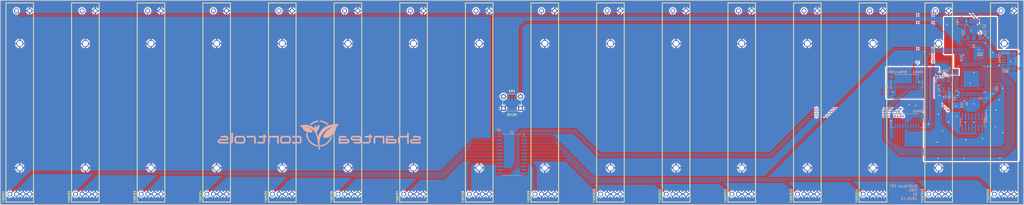
<source format=kicad_pcb>
(kicad_pcb (version 20241229) (generator "pcbnew") (generator_version "9.0")
  (layers (0 "F.Cu" signal) (2 "B.Cu" signal) (13 "F.Paste" user) (15 "B.Paste" user) (5 "F.SilkS" user "F.Silkscreen") (7 "B.SilkS" user "B.Silkscreen") (1 "F.Mask" user) (3 "B.Mask" user) (25 "Edge.Cuts" user))
  (net 0 "")
  (net 1 "GND")
  (net 2 "+5V")
  (net 3 "+3V3")
  (net 4 "Net-(U5-VCAP_2)")
  (net 5 "GNDA")
  (net 6 "/MCU/OSC_IN")
  (net 7 "/MCU/OSC_OUT")
  (net 8 "Net-(U5-VCAP_1)")
  (net 9 "/Pots/FADER1")
  (net 10 "/Pots/FADER2")
  (net 11 "/Pots/FADER3")
  (net 12 "/Pots/FADER4")
  (net 13 "/Pots/FADER5")
  (net 14 "/Pots/FADER6")
  (net 15 "/Pots/FADER7")
  (net 16 "/Pots/FADER8")
  (net 17 "/Pots/FADER9")
  (net 18 "/Pots/FADER10")
  (net 19 "/Pots/FADER11")
  (net 20 "/Pots/FADER12")
  (net 21 "/Pots/FADER13")
  (net 22 "/Pots/FADER14")
  (net 23 "/Pots/FADER15")
  (net 24 "/Pots/FADER16")
  (net 25 "/USB_DM")
  (net 26 "/USB_DP")
  (net 27 "/MCU/BTLDR_BUTTON")
  (net 28 "/MCU/BOOT0")
  (net 32 "+3.3VADC")
  (net 66 "/NRST")
  (net 67 "/SWDCLK")
  (net 68 "/SWDIO")
  (net 69 "/MUX_S0")
  (net 70 "/MUX_S3")
  (net 71 "/MUX_COMMON_4")
  (net 72 "/MUX_COMMON_3")
  (net 73 "/MUX_S1")
  (net 74 "/MUX_COMMON_1")
  (net 75 "/MUX_COMMON_2")
  (net 76 "/MUX_S2")
  (net 77 "/MUX_COMMON_5")
  (net 78 "/SR_IN_CLOCK")
  (net 79 "/SR_IN_DATA")
  (net 80 "/MAX7219_DIN")
  (net 81 "/SR_IN_LATCH")
  (net 82 "/MAX7219_CLK")
  (net 83 "/MAX7219_LOAD")
  (footprint "Igor:RS6011_P" (layer "F.Cu") (at 254 193.6 90)
    (property "Reference" "FADER5")
    (property "Value" "RS6011SP6003" (hide yes))
  )
  (footprint "Button_Switch_THT:SW_PUSH_6mm" (layer "F.Cu") (at 341.5 193.6)
    (property "Reference" "SW1")
    (property "Value" "~")
  )
  (footprint "Igor:RS6011_P" (layer "F.Cu") (at 179 193.6 90)
    (property "Reference" "FADER2")
    (property "Value" "RS6011SP6003" (hide yes))
  )
  (footprint "Igor:RS6011_P" (layer "F.Cu") (at 354 193.6 90)
    (property "Reference" "FADER9")
    (property "Value" "RS6011SP6003" (hide yes))
  )
  (footprint "Igor:RS6011_P" (layer "F.Cu") (at 504 193.6 90)
    (property "Reference" "FADER15")
    (property "Value" "RS6011SP6003" (hide yes))
  )
  (footprint "Igor:RS6011_P" (layer "F.Cu") (at 379 193.6 90)
    (property "Reference" "FADER10")
    (property "Value" "RS6011SP6003" (hide yes))
  )
  (footprint "Igor:RS6011_P" (layer "F.Cu") (at 529 193.6 90)
    (property "Reference" "FADER16")
    (property "Value" "RS6011SP6003" (hide yes))
  )
  (footprint "Igor:RS6011_P" (layer "F.Cu") (at 329 193.6 90)
    (property "Reference" "FADER8")
    (property "Value" "RS6011SP6003" (hide yes))
  )
  (footprint "Igor:RS6011_P" (layer "F.Cu") (at 429 193.6 90)
    (property "Reference" "FADER12")
    (property "Value" "RS6011SP6003" (hide yes))
  )
  (footprint "Igor:RS6011_P" (layer "F.Cu") (at 454 193.6 90)
    (property "Reference" "FADER13")
    (property "Value" "RS6011SP6003" (hide yes))
  )
  (footprint "Igor:RS6011_P" (layer "F.Cu") (at 229 193.6 90)
    (property "Reference" "FADER4")
    (property "Value" "RS6011SP6003" (hide yes))
  )
  (footprint "Igor:RS6011_P" (layer "F.Cu") (at 204 193.6 90)
    (property "Reference" "FADER3")
    (property "Value" "RS6011SP6003" (hide yes))
  )
  (footprint "Igor:RS6011_P" (layer "F.Cu") (at 279 193.6 90)
    (property "Reference" "FADER6")
    (property "Value" "RS6011SP6003" (hide yes))
  )
  (footprint "Igor:RS6011_P" (layer "F.Cu") (at 154 193.6 90)
    (property "Reference" "FADER1")
    (property "Value" "RS6011SP6003" (hide yes))
  )
  (footprint "Igor:RS6011_P" (layer "F.Cu") (at 479 193.6 90)
    (property "Reference" "FADER14")
    (property "Value" "RS6011SP6003" (hide yes))
  )
  (footprint "Igor:RS6011_P" (layer "F.Cu") (at 304 193.6 90)
    (property "Reference" "FADER7")
    (property "Value" "RS6011SP6003" (hide yes))
  )
  (footprint "Igor:RS6011_P" (layer "F.Cu") (at 404 193.6 90)
    (property "Reference" "FADER11")
    (property "Value" "RS6011SP6003" (hide yes))
  )
  (footprint "Capacitor_SMD:C_0402_1005Metric" (layer "B.Cu") (at 504.15 185.1 -90)
    (property "Reference" "C5")
    (property "Value" "18p")
  )
  (footprint "Capacitor_SMD:C_0402_1005Metric" (layer "B.Cu") (at 524.3 187.8 180)
    (property "Reference" "C1")
    (property "Value" "2.2u")
  )
  (footprint "Capacitor_SMD:C_0402_1005Metric" (layer "B.Cu") (at 512.8 192.45 90)
    (property "Reference" "C12")
    (property "Value" "100n")
  )
  (footprint "Resistor_SMD:R_0805_2012Metric" (layer "B.Cu") (at 512.75 162.97 90)
    (property "Reference" "FB1")
    (property "Value" "30R@100MHz")
  )
  (footprint "Resistor_SMD:R_0402_1005Metric" (layer "B.Cu") (at 514.8 192.45 90)
    (property "Reference" "R4")
    (property "Value" "5.1k")
  )
  (footprint "Capacitor_SMD:C_0402_1005Metric" (layer "B.Cu") (at 521.8 169.25 90)
    (property "Reference" "C10")
    (property "Value" "4.7u")
  )
  (footprint "Capacitor_SMD:C_0402_1005Metric" (layer "B.Cu") (at 508.72 182.95 180)
    (property "Reference" "C23")
    (property "Value" "1u")
  )
  (footprint "Igor:CONN_SM10B-SRSS-TB_JST" (layer "B.Cu") (at 491.9 200.5 180)
    (property "Reference" "CONN2")
    (property "Value" "PINHD-1X10-FFC-1MM-Z")
  )
  (footprint "Capacitor_SMD:C_0402_1005Metric" (layer "B.Cu") (at 520.3 176.95 -90)
    (property "Reference" "C6")
    (property "Value" "100n")
  )
  (footprint "Package_QFP:LQFP-64_10x10mm_P0.5mm" (layer "B.Cu") (at 516.55 184.7)
    (property "Reference" "U5")
    (property "Value" "STM32F405RGTx")
  )
  (footprint "Capacitor_SMD:C_0402_1005Metric" (layer "B.Cu") (at 510.15 190.35 90)
    (property "Reference" "C2")
    (property "Value" "100n")
  )
  (footprint "Capacitor_SMD:C_0402_1005Metric" (layer "B.Cu") (at 506.3 190.3)
    (property "Reference" "C4")
    (property "Value" "18p")
  )
  (footprint "Capacitor_SMD:C_0402_1005Metric" (layer "B.Cu") (at 504.45 183.05)
    (property "Reference" "C8")
    (property "Value" "100n")
  )
  (footprint "Capacitor_SMD:C_0402_1005Metric" (layer "B.Cu") (at 508.72 181.55 180)
    (property "Reference" "C25")
    (property "Value" "100n")
  )
  (footprint "Resistor_SMD:R_0805_2012Metric" (layer "B.Cu") (at 484.05 189.6 180)
    (property "Reference" "R1")
    (property "Value" "0")
  )
  (footprint "Igor:SAMTEC_FTSH-107-01-L-DV-K" (layer "B.Cu") (at 516.78 201.1 180)
    (property "Reference" "CONN4")
    (property "Value" "Conn_ST_STDC14")
  )
  (footprint "Capacitor_SMD:C_0402_1005Metric" (layer "B.Cu") (at 513.25 169.22 90)
    (property "Reference" "C11")
    (property "Value" "4.7u")
  )
  (footprint "Package_SO:SOIC-24W_7.5x15.4mm_P1.27mm" (layer "B.Cu") (at 341.5 213.6 180)
    (property "Reference" "U3")
    (property "Value" "MC14067BDWR2G-SO24W")
  )
  (footprint "Capacitor_SMD:C_0402_1005Metric" (layer "B.Cu") (at 519.25 176.95 -90)
    (property "Reference" "C9")
    (property "Value" "2.2u")
  )
  (footprint "Resistor_SMD:R_0402_1005Metric" (layer "B.Cu") (at 516.3 172.05 90)
    (property "Reference" "R3")
    (property "Value" "5.1k")
  )
  (footprint "Capacitor_SMD:C_0402_1005Metric" (layer "B.Cu") (at 524.3 188.85 180)
    (property "Reference" "C7")
    (property "Value" "100n")
  )
  (footprint "Crystal:Crystal_SMD_5032-4Pin_5.0x3.2mm" (layer "B.Cu") (at 506.85 186.75 90)
    (property "Reference" "Y1")
    (property "Value" "8MHz")
  )
  (footprint "Package_TO_SOT_SMD:SOT-223" (layer "B.Cu") (at 517.45 165.7 90)
    (property "Reference" "U2")
    (property "Value" "MCP1825S")
  )
  (footprint "Igor:CONN_SM10B-SRSS-TB_JST" (layer "B.Cu") (at 491.9 185.5 180)
    (property "Reference" "CONN3")
    (property "Value" "PINHD-1X10-FFC-1MM-Z")
  )
  (footprint "Capacitor_SMD:C_0402_1005Metric" (layer "B.Cu") (at 336.5 205.35 180)
    (property "Reference" "C3")
    (property "Value" "100n")
  )
  (footprint "Capacitor_SMD:C_0402_1005Metric" (layer "B.Cu") (at 513.65 176.95 -90)
    (property "Reference" "C19")
    (property "Value" "100n")
  )
  (footprint "Resistor_SMD:R_0402_1005Metric" (layer "B.Cu") (at 508.1 193.35 90)
    (property "Reference" "R2")
    (property "Value" "5.1k")
  )
  (footprint "Igor:CONN_SM04B-SRSS-TB_JST" (layer "B.Cu") (at 530.85 177.85 90)
    (property "Reference" "CONN1")
    (property "Value" "Conn_01x04")
  )
  (gr_poly (pts (xy 271.669227 202.344686) (xy 271.66317 202.346531) (xy 271.657142 202.34841) (xy 271.681312 202.341018)) (stroke (width 0.06)) (fill yes) (layer "B.SilkS"))
  (gr_poly (pts (xy 271.599185 202.366612) (xy 271.541704 202.385157) (xy 271.4847 202.404052) (xy 271.428173 202.423304) (xy 271.48471 202.404073) (xy 271.541731 202.385213) (xy 271.599216 202.366675) (xy 271.657141 202.34841)) (stroke (width 0.06)) (fill yes) (layer "B.SilkS"))
  (gr_poly (pts (xy 280.111625 206.962821) (xy 280.111625 207.54188) (xy 280.691904 208.120865) (xy 283.593073 208.120865) (xy 283.593073 208.7) (xy 281.272184 208.7) (xy 281.272184 209.278985) (xy 283.593073 209.278985) (xy 283.593073 209.278986) (xy 284.173353 208.7) (xy 284.173353 207.54188) (xy 283.593073 207.54188) (xy 280.691904 207.54188) (xy 280.691904 206.962821) (xy 283.593073 206.962821) (xy 283.593073 207.54188) (xy 284.173353 207.54188) (xy 284.173353 206.962821) (xy 283.593073 206.383835) (xy 280.691904 206.383835)) (stroke (width 0.06)) (fill yes) (layer "B.SilkS"))
  (gr_poly (pts (xy 288.815281 206.962821) (xy 288.815281 209.278986) (xy 289.395635 209.278986) (xy 289.395635 206.962821) (xy 292.296804 206.962821) (xy 292.296804 209.278986) (xy 292.877082 209.278986) (xy 292.877082 206.383835) (xy 289.395635 206.383835)) (stroke (width 0.06)) (fill yes) (layer "B.SilkS"))
  (gr_poly (pts (xy 301.580739 206.383835) (xy 298.679571 206.383835) (xy 298.099292 206.96282) (xy 298.099292 209.278985) (xy 298.679571 209.278985) (xy 298.679571 206.96282) (xy 301.580739 206.96282) (xy 301.580739 209.278985) (xy 302.161018 209.278985) (xy 302.161018 205.22579) (xy 301.580739 205.22579)) (stroke (width 0.06)) (fill yes) (layer "B.SilkS"))
  (gr_poly (pts (xy 275.009719 201.844239) (xy 274.501899 201.873359) (xy 274.017065 201.91248) (xy 273.554501 201.962044) (xy 273.113494 202.022489) (xy 272.693331 202.094256) (xy 272.293297 202.177786) (xy 271.912679 202.273517) (xy 271.854127 202.28986) (xy 271.796073 202.306596) (xy 271.738481 202.323667) (xy 271.681316 202.341018) (xy 271.657146 202.34841) (xy 271.59922 202.366675) (xy 271.541736 202.385213) (xy 271.484715 202.404073) (xy 271.428178 202.423304) (xy 271.071445 202.557418) (xy 270.733911 202.706999) (xy 270.414768 202.872593) (xy 270.113206 203.05475) (xy 269.828416 203.254018) (xy 269.559588 203.470945) (xy 269.305914 203.706079) (xy 269.066585 203.959969) (xy 268.840791 204.233163) (xy 268.627723 204.526209) (xy 268.426572 204.839656) (xy 268.23653 205.174053) (xy 268.056786 205.529946) (xy 267.886532 205.907885) (xy 267.724958 206.308418) (xy 267.571255 206.732093) (xy 267.53271 206.570084) (xy 267.497443 206.411097) (xy 267.43073 206.100447) (xy 267.396274 205.947913) (xy 267.359078 205.796657) (xy 267.317638 205.646246) (xy 267.27045 205.496242) (xy 267.231821 205.370983) (xy 267.20324 205.254862) (xy 267.184131 205.147107) (xy 267.173919 205.046943) (xy 267.172032 204.953598) (xy 267.177893 204.8663) (xy 267.190929 204.784275) (xy 267.210564 204.70675) (xy 267.236225 204.632952) (xy 267.267336 204.562108) (xy 267.343614 204.426192) (xy 267.4348 204.292816) (xy 267.536298 204.155798) (xy 267.643513 204.008953) (xy 267.751848 203.846098) (xy 267.856707 203.661049) (xy 267.906397 203.558269) (xy 267.953494 203.447621) (xy 267.997424 203.328333) (xy 268.037612 203.199632) (xy 268.073484 203.060744) (xy 268.104465 202.910896) (xy 268.129981 202.749317) (xy 268.149457 202.575231) (xy 268.162319 202.387868) (xy 268.167992 202.186453) (xy 268.11986 202.204674) (xy 268.072437 202.224498) (xy 267.979706 202.268675) (xy 267.88977 202.318422) (xy 267.802601 202.37318) (xy 267.718171 202.432385) (xy 267.636451 202.495476) (xy 267.557412 202.561892) (xy 267.481028 202.631071) (xy 267.407269 202.702452) (xy 267.336107 202.775472) (xy 267.267513 202.849571) (xy 267.20146 202.924187) (xy 267.076862 203.072724) (xy 266.962086 203.21659) (xy 266.702365 202.366107) (xy 266.625597 202.423998) (xy 266.591244 202.452919) (xy 266.559434 202.481894) (xy 266.530061 202.510979) (xy 266.503018 202.540225) (xy 266.478198 202.569689) (xy 266.455495 202.599422) (xy 266.4348 202.629479) (xy 266.416006 202.659914) (xy 266.399008 202.69078) (xy 266.383698 202.722131) (xy 266.357712 202.786505) (xy 266.337193 202.853464) (xy 266.321285 202.92344) (xy 266.309131 202.996862) (xy 266.299876 203.074161) (xy 266.292662 203.155766) (xy 266.267101 203.53386) (xy 266.073153 203.372944) (xy 265.879267 203.222146) (xy 265.782216 203.150526) (xy 265.685023 203.081417) (xy 265.587634 203.014814) (xy 265.489997 202.950711) (xy 265.39206 202.889102) (xy 265.293769 202.829981) (xy 265.195072 202.773341) (xy 265.095916 202.719178) (xy 264.996248 202.667485) (xy 264.896016 202.618257) (xy 264.795167 202.571486) (xy 264.69536 202.527916) (xy 264.692902 202.527916) (xy 264.692897 202.527915) (xy 264.6929 202.527915) (xy 264.692902 202.527916) (xy 264.69536 202.527916) (xy 264.693651 202.52717) (xy 264.692902 202.527915) (xy 264.6929 202.527915) (xy 264.692898 202.527915) (xy 264.692897 202.527915) (xy 264.635818 202.504241) (xy 264.578499 202.481325) (xy 264.520931 202.459171) (xy 264.463106 202.43778) (xy 264.405015 202.417156) (xy 264.346648 202.397301) (xy 264.287998 202.378218) (xy 264.229054 202.359909) (xy 264.229166 202.359794) (xy 264.229277 202.359673) (xy 264.229389 202.359546) (xy 264.229501 202.359415) (xy 264.229613 202.35928) (xy 264.229726 202.359143) (xy 264.229951 202.358864) (xy 264.229956 202.358865) (xy 264.22973 202.359144) (xy 264.229506 202.359416) (xy 264.229394 202.359547) (xy 264.229282 202.359674) (xy 264.22917 202.359795) (xy 264.229059 202.35991) (xy 264.288004 202.378219) (xy 264.346655 202.397302) (xy 264.405022 202.417157) (xy 264.463114 202.437781) (xy 264.520939 202.459172) (xy 264.578506 202.481326) (xy 264.635824 202.504242) (xy 264.692898 202.527915) (xy 264.693648 202.527169) (xy 264.693651 202.52717) (xy 264.693652 202.527169) (xy 264.636576 202.503438) (xy 264.579266 202.480469) (xy 264.521712 202.458264) (xy 264.463905 202.436828) (xy 264.405835 202.416166) (xy 264.347492 202.396282) (xy 264.288868 202.37718) (xy 264.229956 202.358865) (xy 264.056207 202.30983) (xy 263.879657 202.267291) (xy 263.700065 202.231261) (xy 263.517188 202.201752) (xy 263.330787 202.178777) (xy 263.140619 202.162351) (xy 262.946444 202.152485) (xy 262.748019 202.149194) (xy 262.513354 202.153521) (xy 262.272385 202.166495) (xy 262.02475 202.188101) (xy 261.770087 202.218328) (xy 261.508034 202.257161) (xy 261.238228 202.304589) (xy 260.960308 202.360596) (xy 260.673911 202.425171) (xy 260.751059 202.488204) (xy 260.824479 202.542699) (xy 260.894602 202.590201) (xy 260.961862 202.632258) (xy 261.210922 202.776966) (xy 261.270355 202.814997) (xy 261.329522 202.856862) (xy 261.388854 202.904109) (xy 261.418717 202.930234) (xy 261.448785 202.958285) (xy 261.47911 202.988454) (xy 261.509746 203.020936) (xy 261.540749 203.055923) (xy 261.572172 203.093608) (xy 261.604069 203.134186) (xy 261.636495 203.177849) (xy 261.669502 203.224791) (xy 261.703146 203.275206) (xy 261.765645 203.372504) (xy 261.821279 203.461115) (xy 261.916617 203.616162) (xy 261.998486 203.748119) (xy 262.037284 203.807867) (xy 262.076212 203.864757) (xy 262.116437 203.919761) (xy 262.159123 203.973849) (xy 262.205437 204.027994) (xy 262.256544 204.083167) (xy 262.313611 204.140339) (xy 262.377803 204.200482) (xy 262.450286 204.264568) (xy 262.532225 204.333568) (xy 262.59965 204.387216) (xy 262.671993 204.440955) (xy 262.748984 204.494503) (xy 262.830351 204.547579) (xy 262.915822 204.599903) (xy 263.005124 204.651193) (xy 263.097987 204.701169) (xy 263.194138 204.74955) (xy 263.244719 204.773641) (xy 263.296087 204.79718) (xy 263.348185 204.820144) (xy 263.400955 204.842513) (xy 263.405411 204.844408) (xy 263.40763 204.845338) (xy 263.409863 204.846247) (xy 263.462773 204.867556) (xy 263.516309 204.888145) (xy 263.570422 204.90802) (xy 263.625063 204.927188) (xy 263.741851 204.965036) (xy 263.860513 204.999036) (xy 263.980735 205.028818) (xy 264.102202 205.054014) (xy 264.224598 205.074253) (xy 264.286046 205.082398) (xy 264.347609 205.089166) (xy 264.409247 205.094511) (xy 264.47092 205.098385) (xy 264.53259 205.100744) (xy 264.594217 205.101541) (xy 264.654634 205.100766) (xy 264.714921 205.098416) (xy 264.775042 205.094447) (xy 264.834957 205.088819) (xy 264.894629 205.08149) (xy 264.954019 205.072418) (xy 265.01309 205.061562) (xy 265.071804 205.04888) (xy 265.130122 205.034331) (xy 265.188007 205.017873) (xy 265.24542 204.999465) (xy 265.302324 204.979064) (xy 265.35868 204.95663) (xy 265.41445 204.932121) (xy 265.469597 204.905495) (xy 265.524081 204.876711) (xy 265.525465 204.768568) (xy 265.512876 204.663508) (xy 265.487151 204.5615) (xy 265.449127 204.462516) (xy 265.39964 204.366527) (xy 265.339526 204.273503) (xy 265.269623 204.183414) (xy 265.190767 204.096232) (xy 265.103795 204.011927) (xy 265.009544 203.930471) (xy 264.802549 203.775983) (xy 264.576475 203.632536) (xy 264.338017 203.499894) (xy 262.78768 202.799637) (xy 262.933961 202.813409) (xy 263.081221 202.834368) (xy 263.229184 202.862181) (xy 263.377576 202.896512) (xy 263.526123 202.937028) (xy 263.674551 202.983393) (xy 263.822585 203.035274) (xy 263.96995 203.092336) (xy 264.116372 203.154244) (xy 264.261577 203.220664) (xy 264.547237 203.365701) (xy 264.824733 203.524772) (xy 265.091872 203.695201) (xy 265.346456 203.874312) (xy 265.586291 204.05943) (xy 265.80918 204.247877) (xy 266.012928 204.43698) (xy 266.195341 204.62406) (xy 266.354221 204.806444) (xy 266.487373 204.981455) (xy 266.543615 205.065359) (xy 266.592603 205.146417) (xy 266.742484 205.439193) (xy 266.880305 205.766116) (xy 267.0067 206.12268) (xy 267.122309 206.504377) (xy 267.227767 206.9067) (xy 267.323712 207.32514) (xy 267.489611 208.192343) (xy 267.625104 209.069928) (xy 267.735288 209.921835) (xy 267.900117 211.404372) (xy 268.334334 211.70611) (xy 268.275566 211.106333) (xy 268.218726 210.409852) (xy 268.195 210.409852) (xy 268.180635 210.410375) (xy 268.166727 210.175727) (xy 268.155119 209.947127) (xy 268.160205 209.946977) (xy 268.16763 210.06019) (xy 268.175891 210.174831) (xy 268.185007 210.291263) (xy 268.195 210.409852) (xy 268.218726 210.409852) (xy 268.206305 210.257648) (xy 268.149558 209.436194) (xy 268.133068 209.121972) (xy 268.128336 208.91811) (xy 268.140385 208.636566) (xy 268.167418 208.357263) (xy 268.208893 208.080586) (xy 268.264269 207.806917) (xy 268.333005 207.536641) (xy 268.41456 207.270141) (xy 268.508394 207.007801) (xy 268.613965 206.750004) (xy 268.730731 206.497135) (xy 268.858154 206.249577) (xy 268.99569 206.007713) (xy 269.142799 205.771928) (xy 269.298941 205.542605) (xy 269.463574 205.320128) (xy 269.636157 205.10488) (xy 269.81615 204.897246) (xy 270.003011 204.697608) (xy 270.196199 204.506351) (xy 270.395174 204.323858) (xy 270.599394 204.150514) (xy 270.808318 203.986701) (xy 271.021405 203.832803) (xy 271.238115 203.689204) (xy 271.457907 203.556289) (xy 271.680238 203.434439) (xy 271.90457 203.32404) (xy 272.130359 203.225475) (xy 272.357066 203.139128) (xy 272.58415 203.065382) (xy 272.811069 203.00462) (xy 273.037282 202.957228) (xy 273.262249 202.923588) (xy 273.12237 203.017137) (xy 272.972971 203.109035) (xy 272.649603 203.2933) (xy 272.30013 203.48722) (xy 271.932538 203.701632) (xy 271.744443 203.819909) (xy 271.554813 203.947374) (xy 271.364646 204.08538) (xy 271.17494 204.235283) (xy 270.986694 204.398436) (xy 270.800905 204.576195) (xy 270.618573 204.769915) (xy 270.440694 204.98095) (xy 270.339354 205.112147) (xy 270.231346 205.260579) (xy 270.120688 205.422698) (xy 270.011399 205.594961) (xy 269.907499 205.773819) (xy 269.813006 205.955728) (xy 269.770543 206.046719) (xy 269.731939 206.137142) (xy 269.697696 206.226555) (xy 269.668317 206.314514) (xy 269.644305 206.400577) (xy 269.62616 206.484299) (xy 269.614386 206.565238) (xy 269.609486 206.642951) (xy 269.61196 206.716993) (xy 269.622313 206.786923) (xy 269.641046 206.852296) (xy 269.668661 206.91267) (xy 269.705662 206.967601) (xy 269.75255 207.016645) (xy 269.809827 207.059361) (xy 269.877996 207.095304) (xy 269.95756 207.124031) (xy 270.049021 207.1451) (xy 270.152881 207.158066) (xy 270.269642 207.162486) (xy 270.355844 207.160426) (xy 270.448272 207.154156) (xy 270.547083 207.143538) (xy 270.652436 207.128437) (xy 270.764487 207.108716) (xy 270.883396 207.084238) (xy 271.00932 207.054866) (xy 271.142416 207.020466) (xy 271.231547 206.995305) (xy 271.320442 206.968105) (xy 271.409046 206.938918) (xy 271.497303 206.907798) (xy 271.585158 206.874797) (xy 271.672555 206.83997) (xy 271.75944 206.80337) (xy 271.845757 206.76505) (xy 272.016464 206.683461) (xy 272.184235 206.595631) (xy 272.348627 206.501985) (xy 272.509196 206.40295) (xy 272.579461 206.357166) (xy 272.648812 206.310442) (xy 272.717212 206.262805) (xy 272.784621 206.21428) (xy 272.851003 206.164894) (xy 272.91632 206.114673) (xy 272.980533 206.063644) (xy 273.043605 206.011833) (xy 273.115912 205.950273) (xy 273.186538 205.887797) (xy 273.255415 205.824463) (xy 273.322474 205.760325) (xy 273.387646 205.695441) (xy 273.450862 205.629865) (xy 273.512053 205.563656) (xy 273.57115 205.496867) (xy 273.628086 205.429557) (xy 273.68279 205.36178) (xy 273.735194 205.293593) (xy 273.785229 205.225052) (xy 273.832826 205.156212) (xy 273.877917 205.087131) (xy 273.920433 205.017865) (xy 273.960304 204.948468) (xy 274.043666 204.786662) (xy 274.112322 204.630753) (xy 274.168851 204.479723) (xy 274.215831 204.332553) (xy 274.255839 204.188228) (xy 274.291453 204.045727) (xy 274.359812 203.762133) (xy 274.397712 203.619003) (xy 274.441531 203.473628) (xy 274.493845 203.324989) (xy 274.557233 203.17207) (xy 274.634272 203.013851) (xy 274.727541 202.849317) (xy 274.839617 202.677448) (xy 274.903514 202.588445) (xy 274.973079 202.497226) (xy 275.481526 201.912715) (xy 275.482722 201.908201) (xy 275.484019 201.903916) (xy 275.485411 201.899851) (xy 275.486893 201.895993) (xy 275.488459 201.892331) (xy 275.490103 201.888853) (xy 275.491819 201.885546) (xy 275.493601 201.882401) (xy 275.495445 201.879404) (xy 275.497342 201.876545) (xy 275.499289 201.873811) (xy 275.50128 201.87119) (xy 275.505366 201.866245) (xy 275.509557 201.861614) (xy 275.526424 201.844369) (xy 275.530436 201.839909) (xy 275.534273 201.835204) (xy 275.536111 201.83273) (xy 275.537889 201.830159) (xy 275.539599 201.82748) (xy 275.541237 201.82468)) (stroke (width 0.06)) (fill yes) (layer "B.SilkS"))
  (gr_poly (pts (xy 248.560486 206.962821) (xy 248.560486 209.278986) (xy 249.140765 209.278986) (xy 249.140765 206.962821) (xy 252.041934 206.962821) (xy 252.041934 209.278986) (xy 252.622214 209.278986) (xy 252.622214 206.383835) (xy 249.140765 206.383835)) (stroke (width 0.06)) (fill yes) (layer "B.SilkS"))
  (gr_poly (pts (xy 263.405398 204.844407) (xy 263.407618 204.845337) (xy 263.409854 204.846246) (xy 263.407621 204.845337) (xy 263.405402 204.844407) (xy 263.400947 204.842513)) (stroke (width 0.06)) (fill yes) (layer "B.SilkS"))
  (gr_poly (pts (xy 287.074597 206.383835) (xy 285.333834 206.383835) (xy 285.333834 206.962821) (xy 287.074597 206.962821) (xy 287.074597 208.7) (xy 284.753555 208.7) (xy 284.753555 209.278986) (xy 287.074597 209.278986) (xy 287.6548 208.7) (xy 287.6548 206.962821) (xy 288.23508 206.962821) (xy 288.23508 206.383835) (xy 287.6548 206.383835) (xy 287.6548 205.80485) (xy 287.074597 205.80485)) (stroke (width 0.06)) (fill yes) (layer "B.SilkS"))
  (gr_poly (pts (xy 246.819725 206.383835) (xy 245.079037 206.383835) (xy 245.079037 206.962821) (xy 246.819725 206.962821) (xy 246.819725 208.7) (xy 244.498758 208.7) (xy 244.498758 209.278986) (xy 246.819725 209.278986) (xy 247.4 208.7) (xy 247.4 206.962821) (xy 247.98028 206.962821) (xy 247.98028 206.383835) (xy 247.4 206.383835) (xy 247.4 205.80485) (xy 246.819725 205.80485)) (stroke (width 0.06)) (fill yes) (layer "B.SilkS"))
  (gr_poly (pts (xy 268.527755 200.979947) (xy 268.715845 201.001425) (xy 268.901508 201.030579) (xy 269.084582 201.067241) (xy 269.264905 201.111247) (xy 269.442318 201.162429) (xy 269.616657 201.220622) (xy 269.787761 201.285658) (xy 269.95547 201.357372) (xy 270.119621 201.435597) (xy 270.280053 201.520167) (xy 270.436605 201.610915) (xy 270.589115 201.707675) (xy 270.737422 201.81028) (xy 270.881364 201.918565) (xy 271.02078 202.032363) (xy 271.155508 202.151508) (xy 271.275911 202.107985) (xy 271.398441 202.065862) (xy 271.523342 202.025251) (xy 271.650859 201.986265) (xy 271.495698 201.835036) (xy 271.334119 201.690583) (xy 271.166352 201.553147) (xy 270.992631 201.422968) (xy 270.813185 201.300286) (xy 270.628247 201.18534) (xy 270.438049 201.078372) (xy 270.242822 200.97962) (xy 270.042798 200.889326) (xy 269.838207 200.807729) (xy 269.629283 200.73507) (xy 269.416256 200.671588) (xy 269.199358 200.617523) (xy 268.978821 200.573116) (xy 268.754876 200.538607) (xy 268.527755 200.514235)) (stroke (width 0.06)) (fill yes) (layer "B.SilkS"))
  (gr_poly (pts (xy 253.202484 206.962821) (xy 253.202484 208.7) (xy 253.78269 209.278986) (xy 256.683937 209.278986) (xy 257.264217 208.7) (xy 256.683937 208.7) (xy 253.78269 208.7) (xy 253.78269 206.962821) (xy 256.683937 206.962821) (xy 256.683937 208.7) (xy 257.264217 208.7) (xy 257.264217 206.962821) (xy 256.683937 206.383835) (xy 253.78269 206.383835)) (stroke (width 0.06)) (fill yes) (layer "B.SilkS"))
  (gr_poly (pts (xy 272.889086 206.565151) (xy 272.817897 206.614289) (xy 272.745882 206.66247) (xy 272.673069 206.709645) (xy 272.599489 206.755767) (xy 272.525169 206.800787) (xy 272.450139 206.844657) (xy 272.374428 206.88733) (xy 272.258569 207.192586) (xy 272.121587 207.48684) (xy 271.964415 207.769159) (xy 271.787987 208.038611) (xy 271.593236 208.294262) (xy 271.381096 208.535181) (xy 271.1525 208.760434) (xy 270.908383 208.96909) (xy 270.649677 209.160215) (xy 270.377315 209.332878) (xy 270.092233 209.486145) (xy 269.795363 209.619083) (xy 269.487638 209.730762) (xy 269.169992 209.820247) (xy 268.84336 209.886606) (xy 268.508673 209.928907) (xy 268.516138 210.042438) (xy 268.524404 210.157012) (xy 268.533485 210.272972) (xy 268.543392 210.390661) (xy 268.746462 210.368742) (xy 268.947021 210.338742) (xy 269.1449 210.30083) (xy 269.339931 210.255173) (xy 269.531945 210.20194) (xy 269.720774 210.141298) (xy 269.906248 210.073416) (xy 270.088198 209.998462) (xy 270.266457 209.916605) (xy 270.440856 209.828011) (xy 270.611225 209.73285) (xy 270.777396 209.63129) (xy 270.939201 209.523498) (xy 271.09647 209.409642) (xy 271.249035 209.289892) (xy 271.396727 209.164415) (xy 271.539377 209.033379) (xy 271.676817 208.896952) (xy 271.808879 208.755303) (xy 271.935392 208.608599) (xy 272.056189 208.457009) (xy 272.171101 208.3007) (xy 272.279959 208.139842) (xy 272.382595 207.974601) (xy 272.478839 207.805147) (xy 272.568523 207.631647) (xy 272.651479 207.45427) (xy 272.727537 207.273183) (xy 272.796528 207.088555) (xy 272.858285 206.900553) (xy 272.912639 206.709347) (xy 272.95942 206.515104)) (stroke (width 0.06)) (fill yes) (layer "B.SilkS"))
  (gr_poly (pts (xy 234.634546 208.7) (xy 234.05434 208.7) (xy 234.05434 209.278986) (xy 234.634546 209.278986) (xy 235.214821 208.7) (xy 235.214821 205.22579) (xy 234.634546 205.22579)) (stroke (width 0.06)) (fill yes) (layer "B.SilkS"))
  (gr_poly (pts (xy 263.462764 204.867587) (xy 263.5163 204.888173) (xy 263.570413 204.90803) (xy 263.625053 204.927188) (xy 263.570416 204.90802) (xy 263.516304 204.888145) (xy 263.462766 204.867556) (xy 263.409855 204.846247)) (stroke (width 0.06)) (fill yes) (layer "B.SilkS"))
  (gr_poly (pts (xy 230.572823 206.962821) (xy 232.893863 206.962821) (xy 232.893863 207.541881) (xy 229.992621 207.541881) (xy 229.412341 208.120866) (xy 229.412341 208.7) (xy 229.992621 209.278986) (xy 233.474065 209.278986) (xy 233.474065 208.7) (xy 229.992621 208.7) (xy 229.992621 208.120866) (xy 232.893863 208.120866) (xy 233.474069 207.541881) (xy 233.474069 206.962821) (xy 232.893863 206.383836) (xy 230.572823 206.383836)) (stroke (width 0.06)) (fill yes) (layer "B.SilkS"))
  (gr_poly (pts (xy 257.844418 206.962821) (xy 260.74566 206.962821) (xy 260.74566 208.7) (xy 257.844418 208.7) (xy 257.844418 209.278986) (xy 260.74566 209.278986) (xy 261.32594 208.7) (xy 261.32594 206.962821) (xy 260.74566 206.383835) (xy 257.844418 206.383835)) (stroke (width 0.06)) (fill yes) (layer "B.SilkS"))
  (gr_poly (pts (xy 263.146152 205.197397) (xy 263.142331 205.282669) (xy 263.139996 205.368305) (xy 263.139206 205.454277) (xy 263.144655 205.687955) (xy 263.160841 205.918874) (xy 263.187521 206.146792) (xy 263.224453 206.371467) (xy 263.271394 206.592659) (xy 263.328101 206.810126) (xy 263.394332 207.023626) (xy 263.469845 207.232918) (xy 263.554396 207.43776) (xy 263.647744 207.637911) (xy 263.749645 207.83313) (xy 263.859857 208.023175) (xy 263.978138 208.207805) (xy 264.104245 208.386778) (xy 264.237935 208.559853) (xy 264.378966 208.726788) (xy 264.527095 208.887342) (xy 264.682081 209.041273) (xy 264.843679 209.18834) (xy 265.011648 209.328302) (xy 265.185744 209.460916) (xy 265.365727 209.585943) (xy 265.551352 209.703139) (xy 265.742377 209.812264) (xy 265.938561 209.913077) (xy 266.139659 210.005335) (xy 266.34543 210.088797) (xy 266.555631 210.163222) (xy 266.77002 210.228369) (xy 266.988354 210.283995) (xy 267.21039 210.32986) (xy 267.435886 210.365722) (xy 267.40878 210.13014) (xy 267.379993 209.888287) (xy 267.181021 209.851265) (xy 266.985191 209.80562) (xy 266.792713 209.75156) (xy 266.603795 209.689292) (xy 266.418643 209.619023) (xy 266.237468 209.54096) (xy 266.060476 209.455311) (xy 265.887875 209.362282) (xy 265.719875 209.26208) (xy 265.556682 209.154914) (xy 265.398506 209.040989) (xy 265.245554 208.920513) (xy 265.098034 208.793693) (xy 264.956155 208.660737) (xy 264.820124 208.521851) (xy 264.69015 208.377243) (xy 264.566441 208.227119) (xy 264.449204 208.071687) (xy 264.338649 207.911154) (xy 264.234983 207.745727) (xy 264.138414 207.575613) (xy 264.049151 207.40102) (xy 263.967401 207.222154) (xy 263.893373 207.039223) (xy 263.827275 206.852434) (xy 263.769314 206.661993) (xy 263.7197 206.468109) (xy 263.678639 206.270988) (xy 263.646341 206.070837) (xy 263.623014 205.867863) (xy 263.608864 205.662275) (xy 263.604102 205.454277) (xy 263.604235 205.433279) (xy 263.604604 205.412333) (xy 263.605879 205.370564) (xy 263.609343 205.287242) (xy 263.550222 205.26813) (xy 263.491576 205.248171) (xy 263.433434 205.227397) (xy 263.375829 205.205844) (xy 263.318792 205.183545) (xy 263.262354 205.160535) (xy 263.206548 205.136847) (xy 263.151405 205.112516)) (stroke (width 0.06)) (fill yes) (layer "B.SilkS"))
  (gr_poly (pts (xy 293.457286 206.962821) (xy 293.457286 209.278986) (xy 296.938735 209.278986) (xy 297.519088 208.7) (xy 296.938735 208.7) (xy 294.037566 208.7) (xy 294.037566 208.120866) (xy 296.938735 208.120866) (xy 296.938735 208.7) (xy 297.519088 208.7) (xy 297.519088 208.120866) (xy 296.938735 207.541881) (xy 294.037566 207.541881) (xy 294.037566 206.962821) (xy 296.358531 206.962821) (xy 296.358531 206.383836) (xy 294.037566 206.383836)) (stroke (width 0.06)) (fill yes) (layer "B.SilkS"))
  (gr_poly (pts (xy 275.469622 206.962821) (xy 275.469622 209.278986) (xy 278.951144 209.278986) (xy 279.531348 208.7) (xy 278.951144 208.7) (xy 276.049899 208.7) (xy 276.049899 208.120866) (xy 278.951144 208.120866) (xy 278.951144 208.7) (xy 279.531348 208.7) (xy 279.531348 208.120866) (xy 278.951144 207.541881) (xy 276.049899 207.541881) (xy 276.049899 206.962821) (xy 278.370866 206.962821) (xy 278.370866 206.383836) (xy 276.049899 206.383836)) (stroke (width 0.06)) (fill yes) (layer "B.SilkS"))
  (gr_poly (pts (xy 267.452297 200.539717) (xy 267.220614 200.575975) (xy 266.992591 200.622816) (xy 266.768487 200.679976) (xy 266.548561 200.74719) (xy 266.333072 200.824192) (xy 266.122278 200.910718) (xy 265.916438 201.006501) (xy 265.715811 201.111277) (xy 265.520656 201.224781) (xy 265.331232 201.346747) (xy 265.147797 201.476909) (xy 264.97061 201.615004) (xy 264.79993 201.760765) (xy 264.636016 201.913927) (xy 264.479126 202.074225) (xy 264.538077 202.094609) (xy 264.596856 202.115774) (xy 264.655469 202.137715) (xy 264.71392 202.16043) (xy 264.772214 202.183916) (xy 264.830354 202.208167) (xy 264.888345 202.233182) (xy 264.946191 202.258957) (xy 265.083959 202.128755) (xy 265.227087 202.004345) (xy 265.375386 201.885922) (xy 265.528665 201.77368) (xy 265.686736 201.667815) (xy 265.849407 201.568522) (xy 266.01649 201.475996) (xy 266.187793 201.390432) (xy 266.363127 201.312025) (xy 266.542303 201.240969) (xy 266.725129 201.177461) (xy 266.911417 201.121694) (xy 267.100976 201.073864) (xy 267.293616 201.034166) (xy 267.489148 201.002796) (xy 267.687381 200.979947) (xy 267.687381 200.514309)) (stroke (width 0.06)) (fill yes) (layer "B.SilkS"))
  (gr_poly (pts (xy 263.24471 204.773641) (xy 263.296078 204.797179) (xy 263.348176 204.820143) (xy 263.400946 204.842513) (xy 263.348176 204.820143) (xy 263.296078 204.797179) (xy 263.24471 204.773641) (xy 263.19413 204.74955)) (stroke (width 0.06)) (fill yes) (layer "B.SilkS"))
  (gr_poly (pts (xy 235.7951 206.962821) (xy 235.7951 208.7) (xy 236.37538 209.278986) (xy 239.276549 209.278986) (xy 239.856755 208.7) (xy 239.276549 208.7) (xy 236.37538 208.7) (xy 236.37538 206.962821) (xy 239.276549 206.962821) (xy 239.276549 208.7) (xy 239.856755 208.7) (xy 239.856755 206.962821) (xy 239.276549 206.383835) (xy 236.37538 206.383835)) (stroke (width 0.06)) (fill yes) (layer "B.SilkS"))
  (gr_poly (pts (xy 303.901704 206.962821) (xy 306.222744 206.962821) (xy 306.222744 207.541881) (xy 303.321501 207.541881) (xy 302.741222 208.120866) (xy 302.741222 208.7) (xy 303.321501 209.278986) (xy 306.802948 209.278986) (xy 306.802948 208.7) (xy 303.321501 208.7) (xy 303.321501 208.120866) (xy 306.222744 208.120866) (xy 306.802948 207.541881) (xy 306.802948 206.962821) (xy 306.222744 206.383836) (xy 303.901704 206.383836)) (stroke (width 0.06)) (fill yes) (layer "B.SilkS"))
  (gr_poly (pts (xy 240.437035 206.962821) (xy 243.338277 206.962821) (xy 243.338277 209.278986) (xy 243.918556 209.278986) (xy 243.918556 206.962821) (xy 243.338277 206.383835) (xy 240.437035 206.383835)) (stroke (width 0.06)) (fill yes) (layer "B.SilkS"))
  (gr_rect (start 146.5 154.5) (end 536.5 232.7) (stroke (width 0.05)) (fill no) (layer "Edge.Cuts"))
  (gr_text "BTLDR" (at 341.5 198.3 0) (layer "F.SilkS") (effects (font (size 0.8 0.8))))
  (gr_text "USB" (at 527.95 181.25 180) (layer "B.SilkS") (effects (font (size 0.8 0.8) (thickness 0.15) (bold yes)) (justify left bottom mirror)))
  (gr_text "BTNS/LEDS" (at 485 182.45 0) (layer "B.SilkS") (effects (font (size 0.8 0.8) (thickness 0.15) (bold yes)) (justify right bottom mirror)))
  (gr_text "POTS" (at 485 197.5 0) (layer "B.SilkS") (effects (font (size 0.8 0.8) (thickness 0.15) (bold yes)) (justify right bottom mirror)))
  (gr_text "DubFocus 16T\nMBO\nR1\n2025.12" (at 496 230.9 0) (layer "B.SilkS") (effects (font (size 1 1)) (justify left bottom mirror)))
  (via (at 531.35 177.95) (size 0.8) (drill 0.4) (layers "F.Cu" "B.Cu") (net 1))
  (via (at 486.5 189.6) (size 0.8) (drill 0.4) (layers "F.Cu" "B.Cu") (net 1))
  (via (at 496.8 185.75) (size 0.8) (drill 0.4) (layers "F.Cu" "B.Cu") (net 1))
  (via (at 514.4 207.8) (size 0.8) (drill 0.4) (layers "F.Cu" "B.Cu") (net 1))
  (via (at 503.4 208.8) (size 0.8) (drill 0.4) (layers "F.Cu" "B.Cu") (net 1))
  (via (at 504.2 190.9) (size 0.8) (drill 0.4) (layers "F.Cu" "B.Cu") (net 1))
  (via (at 508.05 190.3) (size 0.8) (drill 0.4) (layers "F.Cu" "B.Cu") (net 1))
  (via (at 513.75 214.95) (size 0.8) (drill 0.4) (layers "F.Cu" "B.Cu") (net 1))
  (via (at 510.8 198.9) (size 0.8) (drill 0.4) (layers "F.Cu" "B.Cu") (net 1))
  (via (at 516.325 166.2) (size 0.8) (drill 0.4) (layers "F.Cu" "B.Cu") (net 1))
  (via (at 516 186.3) (size 0.8) (drill 0.4) (layers "F.Cu" "B.Cu") (net 1))
  (via (at 503.95 198.05) (size 0.8) (drill 0.4) (layers "F.Cu" "B.Cu") (net 1))
  (via (at 510.6 194.95) (size 0.8) (drill 0.4) (layers "F.Cu" "B.Cu") (net 1))
  (via (at 502.85 183) (size 0.8) (drill 0.4) (layers "F.Cu" "B.Cu") (net 1))
  (via (at 517.4 201.1) (size 0.8) (drill 0.4) (layers "F.Cu" "B.Cu") (net 1))
  (via (at 524.5 174.6) (size 0.8) (drill 0.4) (layers "F.Cu" "B.Cu") (net 1))
  (via (at 522.8 168.775) (size 0.8) (drill 0.4) (layers "F.Cu" "B.Cu") (net 1))
  (via (at 522.25 192.05) (size 0.8) (drill 0.4) (layers "F.Cu" "B.Cu") (net 1))
  (via (at 527.05 179.4) (size 0.8) (drill 0.4) (layers "F.Cu" "B.Cu") (net 1))
  (via (at 514.6 162.55) (size 0.8) (drill 0.4) (layers "F.Cu" "B.Cu") (net 1))
  (via (at 525.6 202.9) (size 0.8) (drill 0.4) (layers "F.Cu" "B.Cu") (net 1))
  (via (at 513.8 192.95) (size 0.8) (drill 0.4) (layers "F.Cu" "B.Cu") (net 1))
  (via (at 504.05 187.05) (size 0.8) (drill 0.4) (layers "F.Cu" "B.Cu") (net 1))
  (via (at 528.4 205.15) (size 0.8) (drill 0.4) (layers "F.Cu" "B.Cu") (net 1))
  (via (at 522.2 196.65) (size 0.8) (drill 0.4) (layers "F.Cu" "B.Cu") (net 1))
  (via (at 507.1 163.95) (size 0.8) (drill 0.4) (layers "F.Cu" "B.Cu") (net 1))
  (via (at 503.75 214.95) (size 0.8) (drill 0.4) (layers "F.Cu" "B.Cu") (net 1))
  (via (at 511.25 190.85) (size 0.8) (drill 0.4) (layers "F.Cu" "B.Cu") (net 1))
  (via (at 527.1 192.55) (size 0.8) (drill 0.4) (layers "F.Cu" "B.Cu") (net 1))
  (via (at 527.35 214.8) (size 0.8) (drill 0.4) (layers "F.Cu" "B.Cu") (net 1))
  (via (at 505.5 204.4) (size 0.8) (drill 0.4) (layers "F.Cu" "B.Cu") (net 1))
  (via (at 517.5 194.15) (size 0.8) (drill 0.4) (layers "F.Cu" "B.Cu") (net 1))
  (via (at 500.175 201.85) (size 0.8) (drill 0.4) (layers "F.Cu" "B.Cu") (net 1))
  (via (at 514.25 201.1) (size 0.8) (drill 0.4) (layers "F.Cu" "B.Cu") (net 1))
  (via (at 513.5 175.45) (size 0.8) (drill 0.4) (layers "F.Cu" "B.Cu") (net 1))
  (via (at 517.5 182.1) (size 0.8) (drill 0.4) (layers "F.Cu" "B.Cu") (net 1))
  (via (at 528.35 188.2) (size 0.8) (drill 0.4) (layers "F.Cu" "B.Cu") (net 1))
  (via (at 524.8 190.2) (size 0.8) (drill 0.4) (layers "F.Cu" "B.Cu") (net 1))
  (via (at 521.825 170.8) (size 0.8) (drill 0.4) (layers "F.Cu" "B.Cu") (net 1))
  (via (at 520.7 207.4) (size 0.8) (drill 0.4) (layers "F.Cu" "B.Cu") (net 1))
  (via (at 519.35 173.45) (size 0.8) (drill 0.4) (layers "F.Cu" "B.Cu") (net 1))
  (via (at 525.95 196.55) (size 0.8) (drill 0.4) (layers "F.Cu" "B.Cu") (net 1))
  (via (at 522.65 179.9) (size 0.8) (drill 0.4) (layers "F.Cu" "B.Cu") (net 1))
  (via (at 507.8 201.05) (size 0.8) (drill 0.4) (layers "F.Cu" "B.Cu") (net 1))
  (segment (start 513.3 178.01755) (end 513.0034 177.72095) (width 0.2) (layer "B.Cu") (net 1))
  (segment (start 513.8 192.03245) (end 513.8 192.95) (width 0.2) (layer "B.Cu") (net 1))
  (segment (start 513.0034 177.72095) (end 513.0034 176.7966) (width 0.2) (layer "B.Cu") (net 1))
  (segment (start 513.3 190.375) (end 513.3 191.53245) (width 0.2) (layer "B.Cu") (net 1))
  (segment (start 503.97 183.05) (end 502.9 183.05) (width 0.2) (layer "B.Cu") (net 1))
  (segment (start 504.63 185.1) (end 504.15 184.62) (width 0.2) (layer "B.Cu") (net 1))
  (segment (start 502.9 183.05) (end 502.85 183) (width 0.2) (layer "B.Cu") (net 1))
  (segment (start 513.3 191.53245) (end 513.8 192.03245) (width 0.2) (layer "B.Cu") (net 1))
  (segment (start 513.33 176.47) (end 513.65 176.47) (width 0.2) (layer "B.Cu") (net 1))
  (segment (start 513.3 179.025) (end 513.3 178.01755) (width 0.2) (layer "B.Cu") (net 1))
  (segment (start 505.85 185.1) (end 504.63 185.1) (width 0.2) (layer "B.Cu") (net 1))
  (segment (start 513.0034 176.7966) (end 513.33 176.47) (width 0.2) (layer "B.Cu") (net 1))
  (segment (start 496.05 158.25) (end 497.65 156.65) (width 0.3) (layer "F.Cu") (net 2))
  (segment (start 519.2 162.45) (end 519.2 166.4) (width 0.3) (layer "F.Cu") (net 2))
  (segment (start 519.2 166.4) (end 519.75 166.95) (width 0.3) (layer "F.Cu") (net 2))
  (segment (start 497.65 156.65) (end 513.4 156.65) (width 0.3) (layer "F.Cu") (net 2))
  (segment (start 496.05 178.35) (end 496.05 158.25) (width 0.3) (layer "F.Cu") (net 2))
  (segment (start 513.4 156.65) (end 519.2 162.45) (width 0.3) (layer "F.Cu") (net 2))
  (via (at 496.05 178.35) (size 0.8) (drill 0.4) (layers "F.Cu" "B.Cu") (net 2))
  (via (at 519.75 166.95) (size 0.8) (drill 0.4) (layers "F.Cu" "B.Cu") (net 2))
  (segment (start 528.45 176.4) (end 522.576 170.526) (width 0.3) (layer "B.Cu") (net 2))
  (segment (start 528.775 176.4) (end 528.45 176.4) (width 0.3) (layer "B.Cu") (net 2))
  (segment (start 494.4 187.5985) (end 494.4 180) (width 0.3) (layer "B.Cu") (net 2))
  (segment (start 519.75 168.85) (end 519.78 168.85) (width 0.3) (layer "B.Cu") (net 2))
  (segment (start 522.576 170.526) (end 522.576 170.488925) (width 0.3) (layer "B.Cu") (net 2))
  (segment (start 520.66 169.73) (end 521.8 169.73) (width 0.3) (layer "B.Cu") (net 2))
  (segment (start 494.4 187.5985) (end 495.4 187.5985) (width 0.3) (layer "B.Cu") (net 2))
  (segment (start 522.099 170.049) (end 521.8 169.75) (width 0.3) (layer "B.Cu") (net 2))
  (segment (start 522.136075 170.049) (end 522.099 170.049) (width 0.3) (layer "B.Cu") (net 2))
  (segment (start 494.4 180) (end 496.05 178.35) (width 0.3) (layer "B.Cu") (net 2))
  (segment (start 519.78 168.85) (end 520.66 169.73) (width 0.3) (layer "B.Cu") (net 2))
  (segment (start 521.8 169.75) (end 521.8 169.73) (width 0.3) (layer "B.Cu") (net 2))
  (segment (start 522.576 170.488925) (end 522.136075 170.049) (width 0.3) (layer "B.Cu") (net 2))
  (segment (start 519.75 166.95) (end 519.75 168.85) (width 0.3) (layer "B.Cu") (net 2))
  (segment (start 520.85 188.45) (end 520.15 188.45) (width 0.3) (layer "B.Cu") (net 3))
  (segment (start 520.85 188.45) (end 512.9 188.45) (width 0.3) (layer "B.Cu") (net 3))
  (segment (start 513.8 177.58) (end 513.65 177.43) (width 0.3) (layer "B.Cu") (net 3))
  (segment (start 512.53 191.97) (end 511.65 192.85) (width 0.3) (layer "B.Cu") (net 3))
  (segment (start 522.2 177.1) (end 520.3 179) (width 0.3) (layer "B.Cu") (net 3))
  (segment (start 512.8 180.9) (end 512.8 188.55) (width 0.3) (layer "B.Cu") (net 3))
  (segment (start 512.75 163.8825) (end 515.2 166.3325) (width 0.3) (layer "B.Cu") (net 3))
  (segment (start 505.85 193.9) (end 505.85 201.35) (width 0.3) (layer "B.Cu") (net 3))
  (segment (start 512.8 190.375) (end 512.8 191.97) (width 0.3) (layer "B.Cu") (net 3))
  (segment (start 520.3 179.025) (end 520.3 180.75) (width 0.3) (layer "B.Cu") (net 3))
  (segment (start 519.32 205.23) (end 519.32 203.135) (width 0.3) (layer "B.Cu") (net 3))
  (segment (start 515.2 168.87) (end 515.2 166.3325) (width 0.3) (layer "B.Cu") (net 3))
  (segment (start 519.32 202.11) (end 519.32 203.135) (width 0.3) (layer "B.Cu") (net 3))
  (segment (start 505.85 201.35) (end 511 206.5) (width 0.3) (layer "B.Cu") (net 3))
  (segment (start 518.05 206.5) (end 519.32 205.23) (width 0.3) (layer "B.Cu") (net 3))
  (segment (start 513.8 179.025) (end 513.8 180.8) (width 0.3) (layer "B.Cu") (net 3))
  (segment (start 512.9 188.45) (end 512.8 188.55) (width 0.3) (layer "B.Cu") (net 3))
  (segment (start 513.7 180.9) (end 520.15 180.9) (width 0.3) (layer "B.Cu") (net 3))
  (segment (start 523.42 188.45) (end 523.82 188.85) (width 0.3) (layer "B.Cu") (net 3))
  (segment (start 513.25 169.7) (end 514.37 169.7) (width 0.3) (layer "B.Cu") (net 3))
  (segment (start 513.25 170.75) (end 514 171.5) (width 0.3) (layer "B.Cu") (net 3))
  (segment (start 522.2 173.3) (end 522.2 177.1) (width 0.3) (layer "B.Cu") (net 3))
  (segment (start 512.8 190.375) (end 512.8 188.55) (width 0.3) (layer "B.Cu") (net 3))
  (segment (start 510.875 188.45) (end 512.7 188.45) (width 0.3) (layer "B.Cu") (net 3))
  (segment (start 510.15 188.9625) (end 510.6625 188.45) (width 0.3) (layer "B.Cu") (net 3))
  (segment (start 513.25 169.7) (end 513.25 170.75) (width 0.3) (layer "B.Cu") (net 3))
  (segment (start 512.7 188.45) (end 512.8 188.55) (width 0.3) (layer "B.Cu") (net 3))
  (segment (start 513.8 180.8) (end 513.7 180.9) (width 0.3) (layer "B.Cu") (net 3))
  (segment (start 520.3 180.75) (end 520.15 180.9) (width 0.3) (layer "B.Cu") (net 3))
  (segment (start 520.4 171.5) (end 522.2 173.3) (width 0.3) (layer "B.Cu") (net 3))
  (segment (start 520.3 179.025) (end 520.3 177.43) (width 0.3) (layer "B.Cu") (net 3))
  (segment (start 512.8 191.97) (end 512.53 191.97) (width 0.3) (layer "B.Cu") (net 3))
  (segment (start 511 206.5) (end 518.05 206.5) (width 0.3) (layer "B.Cu") (net 3))
  (segment (start 513.8 179.025) (end 513.8 177.58) (width 0.3) (layer "B.Cu") (net 3))
  (segment (start 510.15 189.87) (end 510.15 188.9625) (width 0.3) (layer "B.Cu") (net 3))
  (segment (start 513.7 180.9) (end 512.8 180.9) (width 0.3) (layer "B.Cu") (net 3))
  (segment (start 510.6625 188.45) (end 510.875 188.45) (width 0.3) (layer "B.Cu") (net 3))
  (segment (start 506.9 192.85) (end 505.85 193.9) (width 0.3) (layer "B.Cu") (net 3))
  (segment (start 522.225 188.45) (end 523.42 188.45) (width 0.3) (layer "B.Cu") (net 3))
  (segment (start 512.9175 164.05) (end 512.75 163.8825) (width 0.3) (layer "B.Cu") (net 3))
  (segment (start 514.37 169.7) (end 515.2 168.87) (width 0.3) (layer "B.Cu") (net 3))
  (segment (start 522.225 188.45) (end 520.85 188.45) (width 0.3) (layer "B.Cu") (net 3))
  (segment (start 520.15 188.45) (end 520.15 180.9) (width 0.3) (layer "B.Cu") (net 3))
  (segment (start 514 171.5) (end 520.4 171.5) (width 0.3) (layer "B.Cu") (net 3))
  (segment (start 511.65 192.85) (end 506.9 192.85) (width 0.3) (layer "B.Cu") (net 3))
  (segment (start 523.67 187.95) (end 523.82 187.8) (width 0.2) (layer "B.Cu") (net 4))
  (segment (start 522.225 187.95) (end 523.67 187.95) (width 0.2) (layer "B.Cu") (net 4))
  (via (at 492.775 194.5) (size 0.8) (drill 0.4) (layers "F.Cu" "B.Cu") (net 5))
  (via (at 495.248409 194.77417) (size 0.8) (drill 0.4) (layers "F.Cu" "B.Cu") (net 5))
  (via (at 507.4 183.05) (size 0.8) (drill 0.4) (layers "F.Cu" "B.Cu") (net 5))
  (via (at 508.2 180.6) (size 0.8) (drill 0.4) (layers "F.Cu" "B.Cu") (net 5))
  (via (at 485.8 200.55) (size 0.8) (drill 0.4) (layers "F.Cu" "B.Cu") (net 5))
  (segment (start 510.100001 182.95) (end 509.8 183.250001) (width 0.2) (layer "B.Cu") (net 5))
  (segment (start 509.8 183.38755) (end 509.52655 183.661) (width 0.2) (layer "B.Cu") (net 5))
  (segment (start 508.87345 183.661) (end 508.26245 183.05) (width 0.2) (layer "B.Cu") (net 5))
  (segment (start 508.24 183.05) (end 507.4 183.05) (width 0.2) (layer "B.Cu") (net 5))
  (segment (start 510.875 182.95) (end 510.100001 182.95) (width 0.2) (layer "B.Cu") (net 5))
  (segment (start 509.52655 183.661) (end 508.87345 183.661) (width 0.2) (layer "B.Cu") (net 5))
  (segment (start 509.8 183.250001) (end 509.8 183.38755) (width 0.2) (layer "B.Cu") (net 5))
  (segment (start 508.26245 183.05) (end 508.24 183.05) (width 0.2) (layer "B.Cu") (net 5))
  (segment (start 505.82 188.43) (end 505.85 188.4) (width 0.2) (layer "B.Cu") (net 6))
  (segment (start 505.82 190.3) (end 505.82 188.43) (width 0.2) (layer "B.Cu") (net 6))
  (segment (start 506.75 186.9) (end 505.85 187.8) (width 0.2) (layer "B.Cu") (net 6))
  (segment (start 509.775 186.45) (end 509.325 186.9) (width 0.2) (layer "B.Cu") (net 6))
  (segment (start 509.325 186.9) (end 506.75 186.9) (width 0.2) (layer "B.Cu") (net 6))
  (segment (start 505.85 187.8) (end 505.85 188.4) (width 0.2) (layer "B.Cu") (net 6))
  (segment (start 510.875 186.45) (end 509.775 186.45) (width 0.2) (layer "B.Cu") (net 6))
  (segment (start 506.4 186.55) (end 505.085 186.55) (width 0.2) (layer "B.Cu") (net 7))
  (segment (start 504.15 185.615) (end 504.15 185.58) (width 0.2) (layer "B.Cu") (net 7))
  (segment (start 508.7 185.95) (end 507.85 185.1) (width 0.2) (layer "B.Cu") (net 7))
  (segment (start 507.85 185.1) (end 506.4 186.55) (width 0.2) (layer "B.Cu") (net 7))
  (segment (start 510.875 185.95) (end 508.7 185.95) (width 0.2) (layer "B.Cu") (net 7))
  (segment (start 505.085 186.55) (end 504.15 185.615) (width 0.2) (layer "B.Cu") (net 7))
  (segment (start 519.8 177.98) (end 519.25 177.43) (width 0.2) (layer "B.Cu") (net 8))
  (segment (start 519.8 179.025) (end 519.8 177.98) (width 0.2) (layer "B.Cu") (net 8))
  (segment (start 314.6 220.3) (end 325.825 209.075) (width 0.2) (layer "B.Cu") (net 9))
  (segment (start 325.825 209.075) (end 325.95 208.950001) (width 0.2) (layer "B.Cu") (net 9))
  (segment (start 325.95 208.950001) (end 327.015 207.885) (width 0.2) (layer "B.Cu") (net 9))
  (segment (start 158.55 220.3) (end 314.6 220.3) (width 0.2) (layer "B.Cu") (net 9))
  (segment (start 150.25 228.6) (end 158.55 220.3) (width 0.2) (layer "B.Cu") (net 9))
  (segment (start 327.015 207.885) (end 336.85 207.885) (width 0.2) (layer "B.Cu") (net 9))
  (segment (start 326.244784 209.155) (end 314.746384 220.6534) (width 0.2) (layer "B.Cu") (net 10))
  (segment (start 336.85 209.155) (end 326.244784 209.155) (width 0.2) (layer "B.Cu") (net 10))
  (segment (start 314.746384 220.6534) (end 183.1966 220.6534) (width 0.2) (layer "B.Cu") (net 10))
  (segment (start 183.1966 220.6534) (end 175.25 228.6) (width 0.2) (layer "B.Cu") (net 10))
  (segment (start 336.85 210.425) (end 325.475 210.425) (width 0.2) (layer "B.Cu") (net 11))
  (segment (start 325.475 210.425) (end 314.8932 221.0068) (width 0.2) (layer "B.Cu") (net 11))
  (segment (start 314.8932 221.0068) (end 207.8432 221.0068) (width 0.2) (layer "B.Cu") (net 11))
  (segment (start 207.8432 221.0068) (end 200.25 228.6) (width 0.2) (layer "B.Cu") (net 11))
  (segment (start 232.4898 221.3602) (end 225.25 228.6) (width 0.2) (layer "B.Cu") (net 12))
  (segment (start 324.705 211.695) (end 315.0398 221.3602) (width 0.2) (layer "B.Cu") (net 12))
  (segment (start 336.85 211.695) (end 324.705 211.695) (width 0.2) (layer "B.Cu") (net 12))
  (segment (start 315.0398 221.3602) (end 232.4898 221.3602) (width 0.2) (layer "B.Cu") (net 12))
  (segment (start 336.85 212.965) (end 323.934784 212.965) (width 0.2) (layer "B.Cu") (net 13))
  (segment (start 257.1364 221.7136) (end 250.25 228.6) (width 0.2) (layer "B.Cu") (net 13))
  (segment (start 323.934784 212.965) (end 315.186184 221.7136) (width 0.2) (layer "B.Cu") (net 13))
  (segment (start 315.186184 221.7136) (end 257.1364 221.7136) (width 0.2) (layer "B.Cu") (net 13))
  (segment (start 315.332568 222.067) (end 281.783 222.067) (width 0.2) (layer "B.Cu") (net 14))
  (segment (start 281.783 222.067) (end 275.25 228.6) (width 0.2) (layer "B.Cu") (net 14))
  (segment (start 336.85 214.235) (end 323.164568 214.235) (width 0.2) (layer "B.Cu") (net 14))
  (segment (start 323.164568 214.235) (end 315.332568 222.067) (width 0.2) (layer "B.Cu") (net 14))
  (segment (start 336.85 215.505) (end 322.394352 215.505) (width 0.2) (layer "B.Cu") (net 15))
  (segment (start 322.394352 215.505) (end 315.478951 222.4204) (width 0.2) (layer "B.Cu") (net 15))
  (segment (start 306.4296 222.4204) (end 300.25 228.6) (width 0.2) (layer "B.Cu") (net 15))
  (segment (start 315.478951 222.4204) (end 306.4296 222.4204) (width 0.2) (layer "B.Cu") (net 15))
  (segment (start 336.85 216.775) (end 325.975 216.775) (width 0.2) (layer "B.Cu") (net 16))
  (segment (start 325.25 217.5) (end 325.975 216.775) (width 0.2) (layer "B.Cu") (net 16))
  (segment (start 325.25 228.6) (end 325.25 217.5) (width 0.2) (layer "B.Cu") (net 16))
  (segment (start 348.675 216.775) (end 350.25 218.35) (width 0.2) (layer "B.Cu") (net 17))
  (segment (start 350.25 218.35) (end 350.25 228.6) (width 0.2) (layer "B.Cu") (net 17))
  (segment (start 346.15 216.775) (end 348.675 216.775) (width 0.2) (layer "B.Cu") (net 17))
  (segment (start 362.155 215.505) (end 375.25 228.6) (width 0.2) (layer "B.Cu") (net 18))
  (segment (start 346.15 215.505) (end 362.155 215.505) (width 0.2) (layer "B.Cu") (net 18))
  (segment (start 361.435 214.235) (end 371.6 224.4) (width 0.2) (layer "B.Cu") (net 19))
  (segment (start 396.05 224.4) (end 400.25 228.6) (width 0.2) (layer "B.Cu") (net 19))
  (segment (start 371.6 224.4) (end 396.05 224.4) (width 0.2) (layer "B.Cu") (net 19))
  (segment (start 346.15 214.235) (end 361.435 214.235) (width 0.2) (layer "B.Cu") (net 19))
  (segment (start 360.664784 212.965) (end 371.746384 224.0466) (width 0.2) (layer "B.Cu") (net 20))
  (segment (start 346.15 212.965) (end 360.664784 212.965) (width 0.2) (layer "B.Cu") (net 20))
  (segment (start 420.6966 224.0466) (end 425.25 228.6) (width 0.2) (layer "B.Cu") (net 20))
  (segment (start 371.746384 224.0466) (end 420.6966 224.0466) (width 0.2) (layer "B.Cu") (net 20))
  (segment (start 346.15 211.695) (end 359.894568 211.695) (width 0.2) (layer "B.Cu") (net 21))
  (segment (start 371.892768 223.6932) (end 445.3432 223.6932) (width 0.2) (layer "B.Cu") (net 21))
  (segment (start 445.3432 223.6932) (end 450.25 228.6) (width 0.2) (layer "B.Cu") (net 21))
  (segment (start 359.894568 211.695) (end 371.892768 223.6932) (width 0.2) (layer "B.Cu") (net 21))
  (segment (start 372.039152 223.3398) (end 469.9898 223.3398) (width 0.2) (layer "B.Cu") (net 22))
  (segment (start 359.124352 210.425) (end 372.039152 223.3398) (width 0.2) (layer "B.Cu") (net 22))
  (segment (start 469.9898 223.3398) (end 475.25 228.6) (width 0.2) (layer "B.Cu") (net 22))
  (segment (start 346.15 210.425) (end 359.124352 210.425) (width 0.2) (layer "B.Cu") (net 22))
  (segment (start 346.15 209.155) (end 358.354136 209.155) (width 0.2) (layer "B.Cu") (net 23))
  (segment (start 494.6364 222.9864) (end 500.25 228.6) (width 0.2) (layer "B.Cu") (net 23))
  (segment (start 372.185536 222.9864) (end 494.6364 222.9864) (width 0.2) (layer "B.Cu") (net 23))
  (segment (start 358.354136 209.155) (end 372.185536 222.9864) (width 0.2) (layer "B.Cu") (net 23))
  (segment (start 372.33192 222.633) (end 519.283 222.633) (width 0.2) (layer "B.Cu") (net 24))
  (segment (start 357.58392 207.885) (end 372.33192 222.633) (width 0.2) (layer "B.Cu") (net 24))
  (segment (start 346.15 207.885) (end 357.58392 207.885) (width 0.2) (layer "B.Cu") (net 24))
  (segment (start 519.283 222.633) (end 525.25 228.6) (width 0.2) (layer "B.Cu") (net 24))
  (segment (start 522.499784 178.4) (end 521.1534 179.746384) (width 0.2) (layer "B.Cu") (net 25))
  (segment (start 525.64 178.66) (end 525.64 179.23) (width 0.2) (layer "B.Cu") (net 25))
  (segment (start 524.6 178.4) (end 523.951957 178.4) (width 0.2) (layer "B.Cu") (net 25))
  (segment (start 525.38 179.49) (end 525.25 179.49) (width 0.2) (layer "B.Cu") (net 25))
  (segment (start 528.775 178.4) (end 525.9 178.4) (width 0.2) (layer "B.Cu") (net 25))
  (segment (start 524.73 178.4) (end 524.6 178.4) (width 0.2) (layer "B.Cu") (net 25))
  (segment (start 521.1534 186.153399) (end 521.450001 186.45) (width 0.2) (layer "B.Cu") (net 25))
  (segment (start 521.1534 179.746384) (end 521.1534 186.153399) (width 0.2) (layer "B.Cu") (net 25))
  (segment (start 521.450001 186.45) (end 522.225 186.45) (width 0.2) (layer "B.Cu") (net 25))
  (segment (start 524.99 179.23) (end 524.99 178.66) (width 0.2) (layer "B.Cu") (net 25))
  (segment (start 523.951957 178.4) (end 522.499784 178.4) (width 0.2) (layer "B.Cu") (net 25))
  (arc (start 525.25 179.49) (mid 525.066152 179.413848) (end 524.99 179.23) (width 0.2) (layer "B.Cu") (net 25))
  (arc (start 524.99 178.66) (mid 524.913848 178.476152) (end 524.73 178.4) (width 0.2) (layer "B.Cu") (net 25))
  (arc (start 525.64 179.23) (mid 525.563848 179.413848) (end 525.38 179.49) (width 0.2) (layer "B.Cu") (net 25))
  (arc (start 525.9 178.4) (mid 525.716152 178.476152) (end 525.64 178.66) (width 0.2) (layer "B.Cu") (net 25))
  (segment (start 528.7515 177.35) (end 523.05 177.35) (width 0.2) (layer "B.Cu") (net 26))
  (segment (start 521.05 186.95) (end 522.225 186.95) (width 0.2) (layer "B.Cu") (net 26))
  (segment (start 523.05 177.35) (end 520.8 179.6) (width 0.2) (layer "B.Cu") (net 26))
  (segment (start 520.8 179.6) (end 520.8 186.7) (width 0.2) (layer "B.Cu") (net 26))
  (segment (start 520.8 186.7) (end 521.05 186.95) (width 0.2) (layer "B.Cu") (net 26))
  (segment (start 516.8 173.1) (end 516.8 179.025) (width 0.2) (layer "B.Cu") (net 27))
  (segment (start 346.581 163.069) (end 502.369 163.069) (width 0.2) (layer "B.Cu") (net 27))
  (segment (start 511.6 172.3) (end 516 172.3) (width 0.2) (layer "B.Cu") (net 27))
  (segment (start 502.369 163.069) (end 511.6 172.3) (width 0.2) (layer "B.Cu") (net 27))
  (segment (start 516 172.3) (end 516.8 173.1) (width 0.2) (layer "B.Cu") (net 27))
  (segment (start 344.75 191.35) (end 344.75 164.9) (width 0.2) (layer "B.Cu") (net 27))
  (segment (start 338.25 191.35) (end 344.75 191.35) (width 0.2) (layer "B.Cu") (net 27))
  (segment (start 344.75 164.9) (end 346.581 163.069) (width 0.2) (layer "B.Cu") (net 27))
  (segment (start 514.8 190.375) (end 514.8 191.94) (width 0.2) (layer "B.Cu") (net 28))
  (segment (start 501.9 178) (end 501.9 159.45) (width 0.3) (layer "F.Cu") (net 32))
  (segment (start 501.9 159.45) (end 502.75 158.6) (width 0.3) (layer "F.Cu") (net 32))
  (via (at 501.9 178) (size 0.8) (drill 0.4) (layers "F.Cu" "B.Cu") (net 32))
  (segment (start 327.8 160.15) (end 352.7 160.15) (width 0.3) (layer "B.Cu") (net 32))
  (segment (start 452.75 158.6) (end 452.75 160.05) (width 0.3) (layer "B.Cu") (net 32))
  (segment (start 492.8946 203.9) (end 492.4 203.4054) (width 0.3) (layer "B.Cu") (net 32))
  (segment (start 501.9 178) (end 501.9 202.8) (width 0.3) (layer "B.Cu") (net 32))
  (segment (start 302.75 160.1) (end 302.7 160.15) (width 0.3) (layer "B.Cu") (net 32))
  (segment (start 502.75 160.1) (end 502.7 160.15) (width 0.3) (layer "B.Cu") (net 32))
  (segment (start 336.02 205.35) (end 336.02 205.785) (width 0.3) (layer "B.Cu") (net 32))
  (segment (start 334 206.23) (end 334.385 206.615) (width 0.3) (layer "B.Cu") (net 32))
  (segment (start 326 160.15) (end 327.8 160.15) (width 0.3) (layer "B.Cu") (net 32))
  (segment (start 512.75 162.0575) (end 512.75 160.2) (width 0.3) (layer "B.Cu") (net 32))
  (segment (start 352.7 160.15) (end 377.7 160.15) (width 0.3) (layer "B.Cu") (net 32))
  (segment (start 509.2 181.690001) (end 509.2 182) (width 0.3) (layer "B.Cu") (net 32))
  (segment (start 509.2 179.85) (end 509.2 181.55) (width 0.3) (layer "B.Cu") (net 32))
  (segment (start 510.875 182.45) (end 509.65 182.45) (width 0.3) (layer "B.Cu") (net 32))
  (segment (start 302.7 160.15) (end 326 160.15) (width 0.3) (layer "B.Cu") (net 32))
  (segment (start 154.3 160.15) (end 177.7 160.15) (width 0.3) (layer "B.Cu") (net 32))
  (segment (start 327.75 160.1) (end 327.8 160.15) (width 0.3) (layer "B.Cu") (net 32))
  (segment (start 152.75 158.6) (end 154.3 160.15) (width 0.3) (layer "B.Cu") (net 32))
  (segment (start 526.2 160.15) (end 527.75 158.6) (width 0.3) (layer "B.Cu") (net 32))
  (segment (start 327.75 158.6) (end 327.75 160.1) (width 0.3) (layer "B.Cu") (net 32))
  (segment (start 252.8 160.15) (end 277.75 160.15) (width 0.3) (layer "B.Cu") (net 32))
  (segment (start 500.8 203.9) (end 492.8946 203.9) (width 0.3) (layer "B.Cu") (net 32))
  (segment (start 227.75 158.6) (end 227.75 160.15) (width 0.3) (layer "B.Cu") (net 32))
  (segment (start 512.75 160.2) (end 512.7 160.15) (width 0.3) (layer "B.Cu") (net 32))
  (segment (start 252.75 160.1) (end 252.8 160.15) (width 0.3) (layer "B.Cu") (net 32))
  (segment (start 427.75 160.1) (end 427.7 160.15) (width 0.3) (layer "B.Cu") (net 32))
  (segment (start 501.9 178) (end 507.35 178) (width 0.3) (layer "B.Cu") (net 32))
  (segment (start 477.75 158.6) (end 477.75 160.15) (width 0.3) (layer "B.Cu") (net 32))
  (segment (start 452.65 160.15) (end 477.75 160.15) (width 0.3) (layer "B.Cu") (net 32))
  (segment (start 377.7 160.15) (end 402.7 160.15) (width 0.3) (layer "B.Cu") (net 32))
  (segment (start 177.75 158.6) (end 177.75 160.1) (width 0.3) (layer "B.Cu") (net 32))
  (segment (start 177.75 160.1) (end 177.7 160.15) (width 0.3) (layer "B.Cu") (net 32))
  (segment (start 202.75 160.15) (end 227.75 160.15) (width 0.3) (layer "B.Cu") (net 32))
  (segment (start 492.4 203.4054) (end 492.4 202.6) (width 0.3) (layer "B.Cu") (net 32))
  (segment (start 334 160.15) (end 334 206.23) (width 0.3) (layer "B.Cu") (net 32))
  (segment (start 377.75 158.6) (end 377.75 160.1) (width 0.3) (layer "B.Cu") (net 32))
  (segment (start 277.75 158.6) (end 277.75 160.15) (width 0.3) (layer "B.Cu") (net 32))
  (segment (start 402.7 160.15) (end 427.7 160.15) (width 0.3) (layer "B.Cu") (net 32))
  (segment (start 510.875 182.45) (end 509.8 182.45) (width 0.3) (layer "B.Cu") (net 32))
  (segment (start 326 160.15) (end 334 160.15) (width 0.3) (layer "B.Cu") (net 32))
  (segment (start 477.75 160.15) (end 502.7 160.15) (width 0.3) (layer "B.Cu") (net 32))
  (segment (start 512.7 160.15) (end 526.2 160.15) (width 0.3) (layer "B.Cu") (net 32))
  (segment (start 452.75 160.05) (end 452.65 160.15) (width 0.3) (layer "B.Cu") (net 32))
  (segment (start 334.385 206.615) (end 336.85 206.615) (width 0.3) (layer "B.Cu") (net 32))
  (segment (start 502.75 158.6) (end 502.75 160.1) (width 0.3) (layer "B.Cu") (net 32))
  (segment (start 402.75 158.6) (end 402.75 160.1) (width 0.3) (layer "B.Cu") (net 32))
  (segment (start 501.9 202.8) (end 500.8 203.9) (width 0.3) (layer "B.Cu") (net 32))
  (segment (start 427.75 158.6) (end 427.75 160.1) (width 0.3) (layer "B.Cu") (net 32))
  (segment (start 509.65 182.45) (end 509.2 182) (width 0.3) (layer "B.Cu") (net 32))
  (segment (start 427.7 160.15) (end 452.65 160.15) (width 0.3) (layer "B.Cu") (net 32))
  (segment (start 252.75 158.6) (end 252.75 160.1) (width 0.3) (layer "B.Cu") (net 32))
  (segment (start 509.8 182.45) (end 509.2 183.05) (width 0.3) (layer "B.Cu") (net 32))
  (segment (start 202.75 158.6) (end 202.75 160.15) (width 0.3) (layer "B.Cu") (net 32))
  (segment (start 336.02 205.785) (end 336.85 206.615) (width 0.3) (layer "B.Cu") (net 32))
  (segment (start 502.7 160.15) (end 512.7 160.15) (width 0.3) (layer "B.Cu") (net 32))
  (segment (start 177.7 160.15) (end 202.75 160.15) (width 0.3) (layer "B.Cu") (net 32))
  (segment (start 227.75 160.15) (end 252.8 160.15) (width 0.3) (layer "B.Cu") (net 32))
  (segment (start 302.75 158.6) (end 302.75 160.1) (width 0.3) (layer "B.Cu") (net 32))
  (segment (start 377.75 160.1) (end 377.7 160.15) (width 0.3) (layer "B.Cu") (net 32))
  (segment (start 352.75 160.1) (end 352.7 160.15) (width 0.3) (layer "B.Cu") (net 32))
  (segment (start 507.35 178) (end 509.2 179.85) (width 0.3) (layer "B.Cu") (net 32))
  (segment (start 352.75 158.6) (end 352.75 160.1) (width 0.3) (layer "B.Cu") (net 32))
  (segment (start 277.75 160.15) (end 302.7 160.15) (width 0.3) (layer "B.Cu") (net 32))
  (segment (start 402.75 160.1) (end 402.7 160.15) (width 0.3) (layer "B.Cu") (net 32))
  (segment (start 505.5 183.75) (end 506.25 183) (width 0.2) (layer "F.Cu") (net 66))
  (segment (start 503.05 183.75) (end 505.5 183.75) (width 0.2) (layer "F.Cu") (net 66))
  (segment (start 502.55 191.6) (end 502.55 184.25) (width 0.2) (layer "F.Cu") (net 66))
  (segment (start 507.5 196.55) (end 502.55 191.6) (width 0.2) (layer "F.Cu") (net 66))
  (segment (start 502.55 184.25) (end 503.05 183.75) (width 0.2) (layer "F.Cu") (net 66))
  (via (at 507.5 196.55) (size 0.8) (drill 0.4) (layers "F.Cu" "B.Cu") (net 66))
  (via (at 506.25 183) (size 0.8) (drill 0.4) (layers "F.Cu" "B.Cu") (net 66))
  (segment (start 510.036894 185.3534) (end 509.8466 185.163106) (width 0.2) (layer "B.Cu") (net 66))
  (segment (start 508.1 196.5) (end 508.05 196.55) (width 0.2) (layer "B.Cu") (net 66))
  (segment (start 504.98 183) (end 504.93 183.05) (width 0.2) (layer "B.Cu") (net 66))
  (segment (start 510.875 185.45) (end 510.875 185.425) (width 0.2) (layer "B.Cu") (net 66))
  (segment (start 507.5 196.55) (end 513.3 196.55) (width 0.2) (layer "B.Cu") (net 66))
  (segment (start 504.93 183.73) (end 504.95 183.75) (width 0.2) (layer "B.Cu") (net 66))
  (segment (start 509.05 184.35) (end 508.45 183.75) (width 0.2) (layer "B.Cu") (net 66))
  (segment (start 513.3 196.55) (end 514.24 197.49) (width 0.2) (layer "B.Cu") (net 66))
  (segment (start 508.1 193.86) (end 508.1 196.5) (width 0.2) (layer "B.Cu") (net 66))
  (segment (start 506.25 183) (end 504.98 183) (width 0.2) (layer "B.Cu") (net 66))
  (segment (start 509.8466 184.3966) (end 509.8 184.35) (width 0.2) (layer "B.Cu") (net 66))
  (segment (start 510.8034 185.3534) (end 510.036894 185.3534) (width 0.2) (layer "B.Cu") (net 66))
  (segment (start 514.24 197.49) (end 514.24 199.065) (width 0.2) (layer "B.Cu") (net 66))
  (segment (start 510.875 185.425) (end 510.8034 185.3534) (width 0.2) (layer "B.Cu") (net 66))
  (segment (start 509.8466 185.163106) (end 509.8466 184.3966) (width 0.2) (layer "B.Cu") (net 66))
  (segment (start 508.05 196.55) (end 507.5 196.55) (width 0.2) (layer "B.Cu") (net 66))
  (segment (start 509.8 184.35) (end 509.05 184.35) (width 0.2) (layer "B.Cu") (net 66))
  (segment (start 508.45 183.75) (end 504.95 183.75) (width 0.2) (layer "B.Cu") (net 66))
  (segment (start 504.93 183.05) (end 504.93 183.73) (width 0.2) (layer "B.Cu") (net 66))
  (segment (start 520.3 195.8132) (end 518.05 198.0632) (width 0.2) (layer "B.Cu") (net 67))
  (segment (start 518.05 198.0632) (end 518.05 199.065) (width 0.2) (layer "B.Cu") (net 67))
  (segment (start 520.3 190.375) (end 520.3 195.8132) (width 0.2) (layer "B.Cu") (net 67))
  (segment (start 526.7 187.15) (end 527.05 187.5) (width 0.2) (layer "B.Cu") (net 68))
  (segment (start 519.32 197.63) (end 519.32 199.065) (width 0.2) (layer "B.Cu") (net 68))
  (segment (start 522.225 187.45) (end 523 187.45) (width 0.2) (layer "B.Cu") (net 68))
  (segment (start 527.05 187.5) (end 527.05 189.9) (width 0.2) (layer "B.Cu") (net 68))
  (segment (start 527.05 189.9) (end 519.32 197.63) (width 0.2) (layer "B.Cu") (net 68))
  (segment (start 523.3 187.15) (end 526.7 187.15) (width 0.2) (layer "B.Cu") (net 68))
  (segment (start 523 187.45) (end 523.3 187.15) (width 0.2) (layer "B.Cu") (net 68))
  (segment (start 490.4 198.85) (end 457.45 198.85) (width 0.2) (layer "F.Cu") (net 69))
  (via (at 457.45 198.85) (size 0.8) (drill 0.4) (layers "F.Cu" "B.Cu") (net 69))
  (via (at 490.4 198.85) (size 0.8) (drill 0.4) (layers "F.Cu" "B.Cu") (net 69))
  (segment (start 455.699352 198.85) (end 457.45 198.85) (width 0.2) (layer "B.Cu") (net 69))
  (segment (start 490.4 207.6) (end 490.4 210.593199) (width 0.2) (layer "B.Cu") (net 69))
  (segment (start 346.15 218.045) (end 344.995 218.045) (width 0.2) (layer "B.Cu") (net 69))
  (segment (start 440.29935 214.25) (end 455.699352 198.85) (width 0.2) (layer "B.Cu") (net 69))
  (segment (start 522.225 185.45) (end 528.117813 185.45) (width 0.2) (layer "B.Cu") (net 69))
  (segment (start 529.75 209.15) (end 527.831801 211.068199) (width 0.2) (layer "B.Cu") (net 69))
  (segment (start 365.25 205.05) (end 374.45 214.25) (width 0.2) (layer "B.Cu") (net 69))
  (segment (start 529.75 187.082187) (end 529.75 209.15) (width 0.2) (layer "B.Cu") (net 69))
  (segment (start 345.2 205.05) (end 365.25 205.05) (width 0.2) (layer "B.Cu") (net 69))
  (segment (start 374.45 214.25) (end 440.29935 214.25) (width 0.2) (layer "B.Cu") (net 69))
  (segment (start 344.2 217.25) (end 344.2 206.05) (width 0.2) (layer "B.Cu") (net 69))
  (segment (start 527.831801 211.068199) (end 490.875 211.068199) (width 0.2) (layer "B.Cu") (net 69))
  (segment (start 490.4 210.593199) (end 490.875 211.068199) (width 0.2) (layer "B.Cu") (net 69))
  (segment (start 344.995 218.045) (end 344.2 217.25) (width 0.2) (layer "B.Cu") (net 69))
  (segment (start 344.2 206.05) (end 345.2 205.05) (width 0.2) (layer "B.Cu") (net 69))
  (segment (start 490.4 198.85) (end 490.4 207.6) (width 0.2) (layer "B.Cu") (net 69))
  (segment (start 528.117813 185.45) (end 529.75 187.082187) (width 0.2) (layer "B.Cu") (net 69))
  (segment (start 457.454806 196.95) (end 457.45 196.945194) (width 0.2) (layer "F.Cu") (net 70))
  (segment (start 488.45 196.95) (end 457.454806 196.95) (width 0.2) (layer "F.Cu") (net 70))
  (segment (start 457.45 196.945194) (end 457.504806 197) (width 0.2) (layer "F.Cu") (net 70))
  (via (at 488.45 196.95) (size 0.8) (drill 0.4) (layers "F.Cu" "B.Cu") (net 70))
  (via (at 457.45 196.945194) (size 0.8) (drill 0.4) (layers "F.Cu" "B.Cu") (net 70))
  (segment (start 527.894847 183.95) (end 530.8102 186.865353) (width 0.2) (layer "B.Cu") (net 70))
  (segment (start 530.8102 186.865353) (end 530.8102 209.589149) (width 0.2) (layer "B.Cu") (net 70))
  (segment (start 522.225 183.95) (end 527.894847 183.95) (width 0.2) (layer "B.Cu") (net 70))
  (segment (start 487.4 198) (end 488.45 196.95) (width 0.2) (layer "B.Cu") (net 70))
  (segment (start 343.493201 205.757232) (end 344.907234 204.3432) (width 0.2) (layer "B.Cu") (net 70))
  (segment (start 456.60459 196.945194) (end 457.45 196.945194) (width 0.2) (layer "B.Cu") (net 70))
  (segment (start 489.961753 211.971199) (end 487.4 209.409446) (width 0.2) (layer "B.Cu") (net 70))
  (segment (start 365.542767 204.3432) (end 374.742768 213.5432) (width 0.2) (layer "B.Cu") (net 70))
  (segment (start 530.8102 209.589149) (end 528.42815 211.971199) (width 0.2) (layer "B.Cu") (net 70))
  (segment (start 487.4 207.6) (end 487.4 209.409446) (width 0.2) (layer "B.Cu") (net 70))
  (segment (start 343.4932 217.35) (end 343.493201 205.757232) (width 0.2) (layer "B.Cu") (net 70))
  (segment (start 374.742768 213.5432) (end 440.006583 213.5432) (width 0.2) (layer "B.Cu") (net 70))
  (segment (start 528.42815 211.971199) (end 489.961753 211.971199) (width 0.2) (layer "B.Cu") (net 70))
  (segment (start 344.907234 204.3432) (end 365.542767 204.3432) (width 0.2) (layer "B.Cu") (net 70))
  (segment (start 440.006583 213.5432) (end 456.60459 196.945194) (width 0.2) (layer "B.Cu") (net 70))
  (segment (start 340.2582 220.585) (end 343.4932 217.35) (width 0.2) (layer "B.Cu") (net 70))
  (segment (start 336.85 220.585) (end 340.2582 220.585) (width 0.2) (layer "B.Cu") (net 70))
  (segment (start 487.4 207.6) (end 487.4 198) (width 0.2) (layer "B.Cu") (net 70))
  (segment (start 498.847 199.676644) (end 498.847 175.953) (width 0.2) (layer "B.Cu") (net 71))
  (segment (start 501.4102 173.3898) (end 514.7898 173.3898) (width 0.2) (layer "B.Cu") (net 71))
  (segment (start 493.4 201.2) (end 494.575 200.025) (width 0.2) (layer "B.Cu") (net 71))
  (segment (start 493.4 202.5985) (end 493.4 201.2) (width 0.2) (layer "B.Cu") (net 71))
  (segment (start 494.575 200.025) (end 498.498644 200.025) (width 0.2) (layer "B.Cu") (net 71))
  (segment (start 515.3 173.9) (end 515.3 179.025) (width 0.2) (layer "B.Cu") (net 71))
  (segment (start 498.498644 200.025) (end 498.847 199.676644) (width 0.2) (layer "B.Cu") (net 71))
  (segment (start 498.847 175.953) (end 501.4102 173.3898) (width 0.2) (layer "B.Cu") (net 71))
  (segment (start 514.7898 173.3898) (end 515.3 173.9) (width 0.2) (layer "B.Cu") (net 71))
  (segment (start 514.8 174.0932) (end 514.8 179.025) (width 0.2) (layer "B.Cu") (net 72))
  (segment (start 501.482478 173.7432) (end 514.45 173.7432) (width 0.2) (layer "B.Cu") (net 72))
  (segment (start 498.623322 200.326) (end 499.148 199.801322) (width 0.2) (layer "B.Cu") (net 72))
  (segment (start 499.148 199.801322) (end 499.148 176.077678) (width 0.2) (layer "B.Cu") (net 72))
  (segment (start 495.124 200.326) (end 498.623322 200.326) (width 0.2) (layer "B.Cu") (net 72))
  (segment (start 494.4 202.5985) (end 494.4 201.05) (width 0.2) (layer "B.Cu") (net 72))
  (segment (start 499.148 176.077678) (end 501.482478 173.7432) (width 0.2) (layer "B.Cu") (net 72))
  (segment (start 494.4 201.05) (end 495.124 200.326) (width 0.2) (layer "B.Cu") (net 72))
  (segment (start 514.45 173.7432) (end 514.8 174.0932) (width 0.2) (layer "B.Cu") (net 72))
  (segment (start 489.7 197.9) (end 457.452403 197.9) (width 0.2) (layer "F.Cu") (net 73))
  (segment (start 457.452403 197.9) (end 457.45 197.897597) (width 0.2) (layer "F.Cu") (net 73))
  (via (at 489.7 197.9) (size 0.8) (drill 0.4) (layers "F.Cu" "B.Cu") (net 73))
  (via (at 457.45 197.897597) (size 0.8) (drill 0.4) (layers "F.Cu" "B.Cu") (net 73))
  (segment (start 457.45 197.897597) (end 456.151971 197.897597) (width 0.2) (layer "B.Cu") (net 73))
  (segment (start 374.596384 213.8966) (end 365.396383 204.6966) (width 0.2) (layer "B.Cu") (net 73))
  (segment (start 440.152966 213.8966) (end 374.596384 213.8966) (width 0.2) (layer "B.Cu") (net 73))
  (segment (start 528.043491 184.95) (end 530.1034 187.009909) (width 0.2) (layer "B.Cu") (net 73))
  (segment (start 343.8466 217.396383) (end 345.765217 219.315) (width 0.2) (layer "B.Cu") (net 73))
  (segment (start 345.765217 219.315) (end 346.15 219.315) (width 0.2) (layer "B.Cu") (net 73))
  (segment (start 345.053617 204.6966) (end 343.846601 205.903615) (width 0.2) (layer "B.Cu") (net 73))
  (segment (start 489.4 198.2) (end 489.7 197.9) (width 0.2) (layer "B.Cu") (net 73))
  (segment (start 489.4 207.6) (end 489.4 198.2) (width 0.2) (layer "B.Cu") (net 73))
  (segment (start 528.030584 211.369199) (end 490.219199 211.369199) (width 0.2) (layer "B.Cu") (net 73))
  (segment (start 522.225 184.95) (end 528.043491 184.95) (width 0.2) (layer "B.Cu") (net 73))
  (segment (start 365.396383 204.6966) (end 345.053617 204.6966) (width 0.2) (layer "B.Cu") (net 73))
  (segment (start 490.219199 211.369199) (end 489.4 210.55) (width 0.2) (layer "B.Cu") (net 73))
  (segment (start 343.846601 205.903615) (end 343.8466 217.396383) (width 0.2) (layer "B.Cu") (net 73))
  (segment (start 530.1034 209.296383) (end 528.030584 211.369199) (width 0.2) (layer "B.Cu") (net 73))
  (segment (start 489.4 207.6) (end 489.4 210.55) (width 0.2) (layer "B.Cu") (net 73))
  (segment (start 530.1034 187.009909) (end 530.1034 209.296383) (width 0.2) (layer "B.Cu") (net 73))
  (segment (start 456.151971 197.897597) (end 440.152966 213.8966) (width 0.2) (layer "B.Cu") (net 73))
  (segment (start 498.725 201.075) (end 499.75 200.05) (width 0.2) (layer "B.Cu") (net 74))
  (segment (start 496.4 201.525) (end 496.85 201.075) (width 0.2) (layer "B.Cu") (net 74))
  (segment (start 499.75 176.327034) (end 501.627034 174.45) (width 0.2) (layer "B.Cu") (net 74))
  (segment (start 501.627034 174.45) (end 509.7 174.45) (width 0.2) (layer "B.Cu") (net 74))
  (segment (start 512.65 178.875) (end 512.8 179.025) (width 0.2) (layer "B.Cu") (net 74))
  (segment (start 512.65 177.4) (end 512.65 178.875) (width 0.2) (layer "B.Cu") (net 74))
  (segment (start 509.7 174.45) (end 512.65 177.4) (width 0.2) (layer "B.Cu") (net 74))
  (segment (start 496.85 201.075) (end 498.725 201.075) (width 0.2) (layer "B.Cu") (net 74))
  (segment (start 496.4 202.5985) (end 496.4 201.525) (width 0.2) (layer "B.Cu") (net 74))
  (segment (start 499.75 200.05) (end 499.75 176.327034) (width 0.2) (layer "B.Cu") (net 74))
  (segment (start 495.4 201.05) (end 495.7 200.75) (width 0.2) (layer "B.Cu") (net 75))
  (segment (start 514.3 174.3466) (end 514.3 179.025) (width 0.2) (layer "B.Cu") (net 75))
  (segment (start 514.05 174.0966) (end 514.3 174.3466) (width 0.2) (layer "B.Cu") (net 75))
  (segment (start 495.7 200.75) (end 498.625 200.75) (width 0.2) (layer "B.Cu") (net 75))
  (segment (start 501.554756 174.0966) (end 514.05 174.0966) (width 0.2) (layer "B.Cu") (net 75))
  (segment (start 498.625 200.75) (end 499.449 199.926) (width 0.2) (layer "B.Cu") (net 75))
  (segment (start 499.449 176.202356) (end 501.554756 174.0966) (width 0.2) (layer "B.Cu") (net 75))
  (segment (start 499.449 199.926) (end 499.449 176.202356) (width 0.2) (layer "B.Cu") (net 75))
  (segment (start 495.4 202.5985) (end 495.4 201.05) (width 0.2) (layer "B.Cu") (net 75))
  (segment (start 457.45 195.992791) (end 487.642791 195.992791) (width 0.2) (layer "F.Cu") (net 76))
  (segment (start 487.65 196) (end 489.65 196) (width 0.2) (layer "F.Cu") (net 76))
  (segment (start 489.65 196) (end 489.7 196.05) (width 0.2) (layer "F.Cu") (net 76))
  (segment (start 457.457209 196) (end 457.45 195.992791) (width 0.2) (layer "F.Cu") (net 76))
  (segment (start 487.642791 195.992791) (end 487.65 196) (width 0.2) (layer "F.Cu") (net 76))
  (via (at 457.45 195.992791) (size 0.8) (drill 0.4) (layers "F.Cu" "B.Cu") (net 76))
  (via (at 489.7 196.05) (size 0.8) (drill 0.4) (layers "F.Cu" "B.Cu") (net 76))
  (segment (start 488.4 207.6) (end 488.4 198) (width 0.2) (layer "B.Cu") (net 76))
  (segment (start 527.969169 184.45) (end 530.4568 186.937631) (width 0.2) (layer "B.Cu") (net 76))
  (segment (start 343.139802 205.610848) (end 344.760851 203.9898) (width 0.2) (layer "B.Cu") (net 76))
  (segment (start 490.086431 211.670199) (end 488.4 209.983768) (width 0.2) (layer "B.Cu") (net 76))
  (segment (start 365.689151 203.9898) (end 374.889152 213.1898) (width 0.2) (layer "B.Cu") (net 76))
  (segment (start 530.4568 186.937631) (end 530.4568 209.442766) (width 0.2) (layer "B.Cu") (net 76))
  (segment (start 528.229367 211.670199) (end 490.086431 211.670199) (width 0.2) (layer "B.Cu") (net 76))
  (segment (start 457.057209 195.992791) (end 457.45 195.992791) (width 0.2) (layer "B.Cu") (net 76))
  (segment (start 489.051 197.349) (end 489.051 196.701057) (width 0.2) (layer "B.Cu") (net 76))
  (segment (start 522.225 184.45) (end 527.969169 184.45) (width 0.2) (layer "B.Cu") (net 76))
  (segment (start 344.760851 203.9898) (end 365.689151 203.9898) (width 0.2) (layer "B.Cu") (net 76))
  (segment (start 488.4 207.6) (end 488.4 209.983768) (width 0.2) (layer "B.Cu") (net 76))
  (segment (start 336.85 219.315) (end 341.028416 219.315) (width 0.2) (layer "B.Cu") (net 76))
  (segment (start 439.8602 213.1898) (end 457.057209 195.992791) (width 0.2) (layer "B.Cu") (net 76))
  (segment (start 374.889152 213.1898) (end 439.8602 213.1898) (width 0.2) (layer "B.Cu") (net 76))
  (segment (start 341.028416 219.315) (end 343.1398 217.203616) (width 0.2) (layer "B.Cu") (net 76))
  (segment (start 488.4 198) (end 489.051 197.349) (width 0.2) (layer "B.Cu") (net 76))
  (segment (start 489.051 196.701057) (end 489.049972 196.700028) (width 0.2) (layer "B.Cu") (net 76))
  (segment (start 343.1398 217.203616) (end 343.139802 205.610848) (width 0.2) (layer "B.Cu") (net 76))
  (segment (start 489.049972 196.700028) (end 489.7 196.05) (width 0.2) (layer "B.Cu") (net 76))
  (segment (start 530.4568 209.442766) (end 528.229367 211.670199) (width 0.2) (layer "B.Cu") (net 76))
  (segment (start 515.8 179.025) (end 515.8 173.7) (width 0.2) (layer "B.Cu") (net 77))
  (segment (start 487.1136 173.0364) (end 437.8704 222.2796) (width 0.2) (layer "B.Cu") (net 77))
  (segment (start 515.8 173.7) (end 515.1364 173.0364) (width 0.2) (layer "B.Cu") (net 77))
  (segment (start 515.1364 173.0364) (end 487.1136 173.0364) (width 0.2) (layer "B.Cu") (net 77))
  (segment (start 437.8704 222.2796) (end 372.478304 222.2796) (width 0.2) (layer "B.Cu") (net 77))
  (segment (start 356.813704 206.615) (end 346.15 206.615) (width 0.2) (layer "B.Cu") (net 77))
  (segment (start 372.478304 222.2796) (end 356.813704 206.615) (width 0.2) (layer "B.Cu") (net 77))
  (segment (start 527.523237 181.45) (end 522.225 181.45) (width 0.2) (layer "B.Cu") (net 78))
  (segment (start 532.577202 210.321061) (end 532.577202 186.503965) (width 0.2) (layer "B.Cu") (net 78))
  (segment (start 529.422064 213.476199) (end 532.577202 210.321061) (width 0.2) (layer "B.Cu") (net 78))
  (segment (start 483.451 207.588836) (end 489.338363 213.476199) (width 0.2) (layer "B.Cu") (net 78))
  (segment (start 489.4 190.347288) (end 483.451 196.296288) (width 0.2) (layer "B.Cu") (net 78))
  (segment (start 532.577202 186.503965) (end 527.523237 181.45) (width 0.2) (layer "B.Cu") (net 78))
  (segment (start 489.4 187.6) (end 489.4 190.347288) (width 0.2) (layer "B.Cu") (net 78))
  (segment (start 489.338363 213.476199) (end 529.422064 213.476199) (width 0.2) (layer "B.Cu") (net 78))
  (segment (start 483.451 196.296288) (end 483.451 207.588836) (width 0.2) (layer "B.Cu") (net 78))
  (segment (start 493.4 188.05) (end 484.655 196.795) (width 0.2) (layer "B.Cu") (net 79))
  (segment (start 531.1636 186.793075) (end 527.820525 183.45) (width 0.2) (layer "B.Cu") (net 79))
  (segment (start 528.626933 212.272199) (end 531.1636 209.735532) (width 0.2) (layer "B.Cu") (net 79))
  (segment (start 484.655 207.090124) (end 489.837075 212.272199) (width 0.2) (layer "B.Cu") (net 79))
  (segment (start 493.4 187.5985) (end 493.4 188.05) (width 0.2) (layer "B.Cu") (net 79))
  (segment (start 527.820525 183.45) (end 522.225 183.45) (width 0.2) (layer "B.Cu") (net 79))
  (segment (start 531.1636 209.735532) (end 531.1636 186.793075) (width 0.2) (layer "B.Cu") (net 79))
  (segment (start 484.655 196.795) (end 484.655 207.090124) (width 0.2) (layer "B.Cu") (net 79))
  (segment (start 489.837075 212.272199) (end 528.626933 212.272199) (width 0.2) (layer "B.Cu") (net 79))
  (segment (start 484.354 207.214802) (end 489.712397 212.573199) (width 0.2) (layer "B.Cu") (net 80))
  (segment (start 492.4 187.6) (end 492.4 188.624322) (width 0.2) (layer "B.Cu") (net 80))
  (segment (start 528.825719 212.573199) (end 531.4 209.998918) (width 0.2) (layer "B.Cu") (net 80))
  (segment (start 527.746203 182.95) (end 522.225 182.95) (width 0.2) (layer "B.Cu") (net 80))
  (segment (start 484.354 196.670322) (end 484.354 207.214802) (width 0.2) (layer "B.Cu") (net 80))
  (segment (start 531.4 209.998918) (end 531.517 209.881915) (width 0.2) (layer "B.Cu") (net 80))
  (segment (start 531.517 209.881915) (end 531.517 186.720797) (width 0.2) (layer "B.Cu") (net 80))
  (segment (start 531.517 186.720797) (end 527.746203 182.95) (width 0.2) (layer "B.Cu") (net 80))
  (segment (start 489.712397 212.573199) (end 528.825719 212.573199) (width 0.2) (layer "B.Cu") (net 80))
  (segment (start 492.4 188.624322) (end 484.354 196.670322) (width 0.2) (layer "B.Cu") (net 80))
  (segment (start 532.223802 186.576243) (end 527.597559 181.95) (width 0.2) (layer "B.Cu") (net 81))
  (segment (start 490.4 187.6) (end 490.4 189.772966) (width 0.2) (layer "B.Cu") (net 81))
  (segment (start 483.752 207.464158) (end 489.463041 213.175199) (width 0.2) (layer "B.Cu") (net 81))
  (segment (start 489.463041 213.175199) (end 529.223281 213.175199) (width 0.2) (layer "B.Cu") (net 81))
  (segment (start 490.4 189.772966) (end 483.752 196.420966) (width 0.2) (layer "B.Cu") (net 81))
  (segment (start 527.597559 181.95) (end 522.225 181.95) (width 0.2) (layer "B.Cu") (net 81))
  (segment (start 483.752 196.420966) (end 483.752 207.464158) (width 0.2) (layer "B.Cu") (net 81))
  (segment (start 532.223802 210.174678) (end 532.223802 186.576243) (width 0.2) (layer "B.Cu") (net 81))
  (segment (start 529.223281 213.175199) (end 532.223802 210.174678) (width 0.2) (layer "B.Cu") (net 81))
  (segment (start 489.213685 213.777199) (end 529.620849 213.777199) (width 0.2) (layer "B.Cu") (net 82))
  (segment (start 488.4 187.6) (end 488.4 190.92161) (width 0.2) (layer "B.Cu") (net 82))
  (segment (start 483.15 196.17161) (end 483.15 207.713514) (width 0.2) (layer "B.Cu") (net 82))
  (segment (start 483.15 207.713514) (end 489.213685 213.777199) (width 0.2) (layer "B.Cu") (net 82))
  (segment (start 529.620849 213.777199) (end 532.930602 210.467444) (width 0.2) (layer "B.Cu") (net 82))
  (segment (start 527.448915 180.95) (end 522.225 180.95) (width 0.2) (layer "B.Cu") (net 82))
  (segment (start 532.930602 210.467444) (end 532.930602 186.431687) (width 0.2) (layer "B.Cu") (net 82))
  (segment (start 488.4 190.92161) (end 483.15 196.17161) (width 0.2) (layer "B.Cu") (net 82))
  (segment (start 532.930602 186.431687) (end 527.448915 180.95) (width 0.2) (layer "B.Cu") (net 82))
  (segment (start 491.4 187.6) (end 491.4 189.198644) (width 0.2) (layer "B.Cu") (net 83))
  (segment (start 529.024499 212.874199) (end 531.8704 210.028298) (width 0.2) (layer "B.Cu") (net 83))
  (segment (start 484.053 207.33948) (end 489.587719 212.874199) (width 0.2) (layer "B.Cu") (net 83))
  (segment (start 489.587719 212.874199) (end 529.024499 212.874199) (width 0.2) (layer "B.Cu") (net 83))
  (segment (start 491.4 189.198644) (end 484.053 196.545644) (width 0.2) (layer "B.Cu") (net 83))
  (segment (start 531.8704 186.648519) (end 527.671881 182.45) (width 0.2) (layer "B.Cu") (net 83))
  (segment (start 484.053 196.545644) (end 484.053 207.33948) (width 0.2) (layer "B.Cu") (net 83))
  (segment (start 531.8704 210.028298) (end 531.8704 186.648519) (width 0.2) (layer "B.Cu") (net 83))
  (segment (start 527.671881 182.45) (end 522.225 182.45) (width 0.2) (layer "B.Cu") (net 83))
  (zone (net 5) (net_name "GNDA") (layers "F.Cu" "B.Cu") (connect_pads (clearance 0.5)) (min_thickness 0.25) (fill yes (thermal_gap 0.5) (thermal_bridge_width 0.5))
    (polygon (pts (xy 146.5 154.5) (xy 536.5 154.5) (xy 536.5 232.7) (xy 146.5 232.7)))
  )
  (zone (net 1) (net_name "GND") (layers "F.Cu" "B.Cu") (priority 1) (connect_pads (clearance 0.5)) (min_thickness 0.25) (fill yes (thermal_gap 0.5) (thermal_bridge_width 0.5))
    (polygon (pts (xy 506.1 175.1) (xy 509.95 175.1) (xy 509.95 180.4) (xy 512.1 180.4) (xy 512.1 182.6625) (xy 512.1 183.45) (xy 509.95 183.45) (xy 508.55 183.45) (xy 507.2 183.45) (xy 507.2 182.2) (xy 504.15 182.2) (xy 504.15 180.15) (xy 484.1 180.15) (xy 484.1 192.1) (xy 496.7 192.1) (xy 498.45 192.1) (xy 498.45 215.95) (xy 534.35 215.9) (xy 534.3 173.6) (xy 526.15 173.6) (xy 526.15 161) (xy 506.1 161)))
  )
)
</source>
